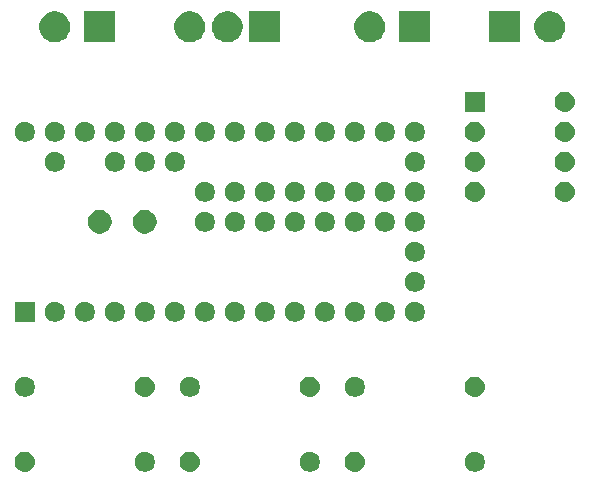
<source format=gbs>
G04 #@! TF.GenerationSoftware,KiCad,Pcbnew,5.0.2-bee76a0~70~ubuntu18.04.1*
G04 #@! TF.CreationDate,2019-03-27T10:37:12-04:00*
G04 #@! TF.ProjectId,DAC,4441432e-6b69-4636-9164-5f7063625858,rev?*
G04 #@! TF.SameCoordinates,Original*
G04 #@! TF.FileFunction,Soldermask,Bot*
G04 #@! TF.FilePolarity,Negative*
%FSLAX46Y46*%
G04 Gerber Fmt 4.6, Leading zero omitted, Abs format (unit mm)*
G04 Created by KiCad (PCBNEW 5.0.2-bee76a0~70~ubuntu18.04.1) date Wed 27 Mar 2019 10:37:12 AM EDT*
%MOMM*%
%LPD*%
G01*
G04 APERTURE LIST*
%ADD10C,0.100000*%
G04 APERTURE END LIST*
D10*
G36*
X54858228Y-55061703D02*
X55013100Y-55125853D01*
X55152481Y-55218985D01*
X55271015Y-55337519D01*
X55364147Y-55476900D01*
X55428297Y-55631772D01*
X55461000Y-55796184D01*
X55461000Y-55963816D01*
X55428297Y-56128228D01*
X55364147Y-56283100D01*
X55271015Y-56422481D01*
X55152481Y-56541015D01*
X55013100Y-56634147D01*
X54858228Y-56698297D01*
X54693816Y-56731000D01*
X54526184Y-56731000D01*
X54361772Y-56698297D01*
X54206900Y-56634147D01*
X54067519Y-56541015D01*
X53948985Y-56422481D01*
X53855853Y-56283100D01*
X53791703Y-56128228D01*
X53759000Y-55963816D01*
X53759000Y-55796184D01*
X53791703Y-55631772D01*
X53855853Y-55476900D01*
X53948985Y-55337519D01*
X54067519Y-55218985D01*
X54206900Y-55125853D01*
X54361772Y-55061703D01*
X54526184Y-55029000D01*
X54693816Y-55029000D01*
X54858228Y-55061703D01*
X54858228Y-55061703D01*
G37*
G36*
X16676821Y-55041313D02*
X16676824Y-55041314D01*
X16676825Y-55041314D01*
X16837239Y-55089975D01*
X16837241Y-55089976D01*
X16837244Y-55089977D01*
X16985078Y-55168995D01*
X17114659Y-55275341D01*
X17221005Y-55404922D01*
X17300023Y-55552756D01*
X17300024Y-55552759D01*
X17300025Y-55552761D01*
X17348686Y-55713175D01*
X17348687Y-55713179D01*
X17365117Y-55880000D01*
X17348687Y-56046821D01*
X17348686Y-56046824D01*
X17348686Y-56046825D01*
X17323993Y-56128228D01*
X17300023Y-56207244D01*
X17221005Y-56355078D01*
X17114659Y-56484659D01*
X16985078Y-56591005D01*
X16837244Y-56670023D01*
X16837241Y-56670024D01*
X16837239Y-56670025D01*
X16676825Y-56718686D01*
X16676824Y-56718686D01*
X16676821Y-56718687D01*
X16551804Y-56731000D01*
X16468196Y-56731000D01*
X16343179Y-56718687D01*
X16343176Y-56718686D01*
X16343175Y-56718686D01*
X16182761Y-56670025D01*
X16182759Y-56670024D01*
X16182756Y-56670023D01*
X16034922Y-56591005D01*
X15905341Y-56484659D01*
X15798995Y-56355078D01*
X15719977Y-56207244D01*
X15696008Y-56128228D01*
X15671314Y-56046825D01*
X15671314Y-56046824D01*
X15671313Y-56046821D01*
X15654883Y-55880000D01*
X15671313Y-55713179D01*
X15671314Y-55713175D01*
X15719975Y-55552761D01*
X15719976Y-55552759D01*
X15719977Y-55552756D01*
X15798995Y-55404922D01*
X15905341Y-55275341D01*
X16034922Y-55168995D01*
X16182756Y-55089977D01*
X16182759Y-55089976D01*
X16182761Y-55089975D01*
X16343175Y-55041314D01*
X16343176Y-55041314D01*
X16343179Y-55041313D01*
X16468196Y-55029000D01*
X16551804Y-55029000D01*
X16676821Y-55041313D01*
X16676821Y-55041313D01*
G37*
G36*
X40888228Y-55061703D02*
X41043100Y-55125853D01*
X41182481Y-55218985D01*
X41301015Y-55337519D01*
X41394147Y-55476900D01*
X41458297Y-55631772D01*
X41491000Y-55796184D01*
X41491000Y-55963816D01*
X41458297Y-56128228D01*
X41394147Y-56283100D01*
X41301015Y-56422481D01*
X41182481Y-56541015D01*
X41043100Y-56634147D01*
X40888228Y-56698297D01*
X40723816Y-56731000D01*
X40556184Y-56731000D01*
X40391772Y-56698297D01*
X40236900Y-56634147D01*
X40097519Y-56541015D01*
X39978985Y-56422481D01*
X39885853Y-56283100D01*
X39821703Y-56128228D01*
X39789000Y-55963816D01*
X39789000Y-55796184D01*
X39821703Y-55631772D01*
X39885853Y-55476900D01*
X39978985Y-55337519D01*
X40097519Y-55218985D01*
X40236900Y-55125853D01*
X40391772Y-55061703D01*
X40556184Y-55029000D01*
X40723816Y-55029000D01*
X40888228Y-55061703D01*
X40888228Y-55061703D01*
G37*
G36*
X30646821Y-55041313D02*
X30646824Y-55041314D01*
X30646825Y-55041314D01*
X30807239Y-55089975D01*
X30807241Y-55089976D01*
X30807244Y-55089977D01*
X30955078Y-55168995D01*
X31084659Y-55275341D01*
X31191005Y-55404922D01*
X31270023Y-55552756D01*
X31270024Y-55552759D01*
X31270025Y-55552761D01*
X31318686Y-55713175D01*
X31318687Y-55713179D01*
X31335117Y-55880000D01*
X31318687Y-56046821D01*
X31318686Y-56046824D01*
X31318686Y-56046825D01*
X31293993Y-56128228D01*
X31270023Y-56207244D01*
X31191005Y-56355078D01*
X31084659Y-56484659D01*
X30955078Y-56591005D01*
X30807244Y-56670023D01*
X30807241Y-56670024D01*
X30807239Y-56670025D01*
X30646825Y-56718686D01*
X30646824Y-56718686D01*
X30646821Y-56718687D01*
X30521804Y-56731000D01*
X30438196Y-56731000D01*
X30313179Y-56718687D01*
X30313176Y-56718686D01*
X30313175Y-56718686D01*
X30152761Y-56670025D01*
X30152759Y-56670024D01*
X30152756Y-56670023D01*
X30004922Y-56591005D01*
X29875341Y-56484659D01*
X29768995Y-56355078D01*
X29689977Y-56207244D01*
X29666008Y-56128228D01*
X29641314Y-56046825D01*
X29641314Y-56046824D01*
X29641313Y-56046821D01*
X29624883Y-55880000D01*
X29641313Y-55713179D01*
X29641314Y-55713175D01*
X29689975Y-55552761D01*
X29689976Y-55552759D01*
X29689977Y-55552756D01*
X29768995Y-55404922D01*
X29875341Y-55275341D01*
X30004922Y-55168995D01*
X30152756Y-55089977D01*
X30152759Y-55089976D01*
X30152761Y-55089975D01*
X30313175Y-55041314D01*
X30313176Y-55041314D01*
X30313179Y-55041313D01*
X30438196Y-55029000D01*
X30521804Y-55029000D01*
X30646821Y-55041313D01*
X30646821Y-55041313D01*
G37*
G36*
X44616821Y-55041313D02*
X44616824Y-55041314D01*
X44616825Y-55041314D01*
X44777239Y-55089975D01*
X44777241Y-55089976D01*
X44777244Y-55089977D01*
X44925078Y-55168995D01*
X45054659Y-55275341D01*
X45161005Y-55404922D01*
X45240023Y-55552756D01*
X45240024Y-55552759D01*
X45240025Y-55552761D01*
X45288686Y-55713175D01*
X45288687Y-55713179D01*
X45305117Y-55880000D01*
X45288687Y-56046821D01*
X45288686Y-56046824D01*
X45288686Y-56046825D01*
X45263993Y-56128228D01*
X45240023Y-56207244D01*
X45161005Y-56355078D01*
X45054659Y-56484659D01*
X44925078Y-56591005D01*
X44777244Y-56670023D01*
X44777241Y-56670024D01*
X44777239Y-56670025D01*
X44616825Y-56718686D01*
X44616824Y-56718686D01*
X44616821Y-56718687D01*
X44491804Y-56731000D01*
X44408196Y-56731000D01*
X44283179Y-56718687D01*
X44283176Y-56718686D01*
X44283175Y-56718686D01*
X44122761Y-56670025D01*
X44122759Y-56670024D01*
X44122756Y-56670023D01*
X43974922Y-56591005D01*
X43845341Y-56484659D01*
X43738995Y-56355078D01*
X43659977Y-56207244D01*
X43636008Y-56128228D01*
X43611314Y-56046825D01*
X43611314Y-56046824D01*
X43611313Y-56046821D01*
X43594883Y-55880000D01*
X43611313Y-55713179D01*
X43611314Y-55713175D01*
X43659975Y-55552761D01*
X43659976Y-55552759D01*
X43659977Y-55552756D01*
X43738995Y-55404922D01*
X43845341Y-55275341D01*
X43974922Y-55168995D01*
X44122756Y-55089977D01*
X44122759Y-55089976D01*
X44122761Y-55089975D01*
X44283175Y-55041314D01*
X44283176Y-55041314D01*
X44283179Y-55041313D01*
X44408196Y-55029000D01*
X44491804Y-55029000D01*
X44616821Y-55041313D01*
X44616821Y-55041313D01*
G37*
G36*
X26918228Y-55061703D02*
X27073100Y-55125853D01*
X27212481Y-55218985D01*
X27331015Y-55337519D01*
X27424147Y-55476900D01*
X27488297Y-55631772D01*
X27521000Y-55796184D01*
X27521000Y-55963816D01*
X27488297Y-56128228D01*
X27424147Y-56283100D01*
X27331015Y-56422481D01*
X27212481Y-56541015D01*
X27073100Y-56634147D01*
X26918228Y-56698297D01*
X26753816Y-56731000D01*
X26586184Y-56731000D01*
X26421772Y-56698297D01*
X26266900Y-56634147D01*
X26127519Y-56541015D01*
X26008985Y-56422481D01*
X25915853Y-56283100D01*
X25851703Y-56128228D01*
X25819000Y-55963816D01*
X25819000Y-55796184D01*
X25851703Y-55631772D01*
X25915853Y-55476900D01*
X26008985Y-55337519D01*
X26127519Y-55218985D01*
X26266900Y-55125853D01*
X26421772Y-55061703D01*
X26586184Y-55029000D01*
X26753816Y-55029000D01*
X26918228Y-55061703D01*
X26918228Y-55061703D01*
G37*
G36*
X40806821Y-48691313D02*
X40806824Y-48691314D01*
X40806825Y-48691314D01*
X40967239Y-48739975D01*
X40967241Y-48739976D01*
X40967244Y-48739977D01*
X41115078Y-48818995D01*
X41244659Y-48925341D01*
X41351005Y-49054922D01*
X41430023Y-49202756D01*
X41430024Y-49202759D01*
X41430025Y-49202761D01*
X41478686Y-49363175D01*
X41478687Y-49363179D01*
X41495117Y-49530000D01*
X41478687Y-49696821D01*
X41478686Y-49696824D01*
X41478686Y-49696825D01*
X41453993Y-49778228D01*
X41430023Y-49857244D01*
X41351005Y-50005078D01*
X41244659Y-50134659D01*
X41115078Y-50241005D01*
X40967244Y-50320023D01*
X40967241Y-50320024D01*
X40967239Y-50320025D01*
X40806825Y-50368686D01*
X40806824Y-50368686D01*
X40806821Y-50368687D01*
X40681804Y-50381000D01*
X40598196Y-50381000D01*
X40473179Y-50368687D01*
X40473176Y-50368686D01*
X40473175Y-50368686D01*
X40312761Y-50320025D01*
X40312759Y-50320024D01*
X40312756Y-50320023D01*
X40164922Y-50241005D01*
X40035341Y-50134659D01*
X39928995Y-50005078D01*
X39849977Y-49857244D01*
X39826008Y-49778228D01*
X39801314Y-49696825D01*
X39801314Y-49696824D01*
X39801313Y-49696821D01*
X39784883Y-49530000D01*
X39801313Y-49363179D01*
X39801314Y-49363175D01*
X39849975Y-49202761D01*
X39849976Y-49202759D01*
X39849977Y-49202756D01*
X39928995Y-49054922D01*
X40035341Y-48925341D01*
X40164922Y-48818995D01*
X40312756Y-48739977D01*
X40312759Y-48739976D01*
X40312761Y-48739975D01*
X40473175Y-48691314D01*
X40473176Y-48691314D01*
X40473179Y-48691313D01*
X40598196Y-48679000D01*
X40681804Y-48679000D01*
X40806821Y-48691313D01*
X40806821Y-48691313D01*
G37*
G36*
X54776821Y-48691313D02*
X54776824Y-48691314D01*
X54776825Y-48691314D01*
X54937239Y-48739975D01*
X54937241Y-48739976D01*
X54937244Y-48739977D01*
X55085078Y-48818995D01*
X55214659Y-48925341D01*
X55321005Y-49054922D01*
X55400023Y-49202756D01*
X55400024Y-49202759D01*
X55400025Y-49202761D01*
X55448686Y-49363175D01*
X55448687Y-49363179D01*
X55465117Y-49530000D01*
X55448687Y-49696821D01*
X55448686Y-49696824D01*
X55448686Y-49696825D01*
X55423993Y-49778228D01*
X55400023Y-49857244D01*
X55321005Y-50005078D01*
X55214659Y-50134659D01*
X55085078Y-50241005D01*
X54937244Y-50320023D01*
X54937241Y-50320024D01*
X54937239Y-50320025D01*
X54776825Y-50368686D01*
X54776824Y-50368686D01*
X54776821Y-50368687D01*
X54651804Y-50381000D01*
X54568196Y-50381000D01*
X54443179Y-50368687D01*
X54443176Y-50368686D01*
X54443175Y-50368686D01*
X54282761Y-50320025D01*
X54282759Y-50320024D01*
X54282756Y-50320023D01*
X54134922Y-50241005D01*
X54005341Y-50134659D01*
X53898995Y-50005078D01*
X53819977Y-49857244D01*
X53796008Y-49778228D01*
X53771314Y-49696825D01*
X53771314Y-49696824D01*
X53771313Y-49696821D01*
X53754883Y-49530000D01*
X53771313Y-49363179D01*
X53771314Y-49363175D01*
X53819975Y-49202761D01*
X53819976Y-49202759D01*
X53819977Y-49202756D01*
X53898995Y-49054922D01*
X54005341Y-48925341D01*
X54134922Y-48818995D01*
X54282756Y-48739977D01*
X54282759Y-48739976D01*
X54282761Y-48739975D01*
X54443175Y-48691314D01*
X54443176Y-48691314D01*
X54443179Y-48691313D01*
X54568196Y-48679000D01*
X54651804Y-48679000D01*
X54776821Y-48691313D01*
X54776821Y-48691313D01*
G37*
G36*
X30728228Y-48711703D02*
X30883100Y-48775853D01*
X31022481Y-48868985D01*
X31141015Y-48987519D01*
X31234147Y-49126900D01*
X31298297Y-49281772D01*
X31331000Y-49446184D01*
X31331000Y-49613816D01*
X31298297Y-49778228D01*
X31234147Y-49933100D01*
X31141015Y-50072481D01*
X31022481Y-50191015D01*
X30883100Y-50284147D01*
X30728228Y-50348297D01*
X30563816Y-50381000D01*
X30396184Y-50381000D01*
X30231772Y-50348297D01*
X30076900Y-50284147D01*
X29937519Y-50191015D01*
X29818985Y-50072481D01*
X29725853Y-49933100D01*
X29661703Y-49778228D01*
X29629000Y-49613816D01*
X29629000Y-49446184D01*
X29661703Y-49281772D01*
X29725853Y-49126900D01*
X29818985Y-48987519D01*
X29937519Y-48868985D01*
X30076900Y-48775853D01*
X30231772Y-48711703D01*
X30396184Y-48679000D01*
X30563816Y-48679000D01*
X30728228Y-48711703D01*
X30728228Y-48711703D01*
G37*
G36*
X26836821Y-48691313D02*
X26836824Y-48691314D01*
X26836825Y-48691314D01*
X26997239Y-48739975D01*
X26997241Y-48739976D01*
X26997244Y-48739977D01*
X27145078Y-48818995D01*
X27274659Y-48925341D01*
X27381005Y-49054922D01*
X27460023Y-49202756D01*
X27460024Y-49202759D01*
X27460025Y-49202761D01*
X27508686Y-49363175D01*
X27508687Y-49363179D01*
X27525117Y-49530000D01*
X27508687Y-49696821D01*
X27508686Y-49696824D01*
X27508686Y-49696825D01*
X27483993Y-49778228D01*
X27460023Y-49857244D01*
X27381005Y-50005078D01*
X27274659Y-50134659D01*
X27145078Y-50241005D01*
X26997244Y-50320023D01*
X26997241Y-50320024D01*
X26997239Y-50320025D01*
X26836825Y-50368686D01*
X26836824Y-50368686D01*
X26836821Y-50368687D01*
X26711804Y-50381000D01*
X26628196Y-50381000D01*
X26503179Y-50368687D01*
X26503176Y-50368686D01*
X26503175Y-50368686D01*
X26342761Y-50320025D01*
X26342759Y-50320024D01*
X26342756Y-50320023D01*
X26194922Y-50241005D01*
X26065341Y-50134659D01*
X25958995Y-50005078D01*
X25879977Y-49857244D01*
X25856008Y-49778228D01*
X25831314Y-49696825D01*
X25831314Y-49696824D01*
X25831313Y-49696821D01*
X25814883Y-49530000D01*
X25831313Y-49363179D01*
X25831314Y-49363175D01*
X25879975Y-49202761D01*
X25879976Y-49202759D01*
X25879977Y-49202756D01*
X25958995Y-49054922D01*
X26065341Y-48925341D01*
X26194922Y-48818995D01*
X26342756Y-48739977D01*
X26342759Y-48739976D01*
X26342761Y-48739975D01*
X26503175Y-48691314D01*
X26503176Y-48691314D01*
X26503179Y-48691313D01*
X26628196Y-48679000D01*
X26711804Y-48679000D01*
X26836821Y-48691313D01*
X26836821Y-48691313D01*
G37*
G36*
X16758228Y-48711703D02*
X16913100Y-48775853D01*
X17052481Y-48868985D01*
X17171015Y-48987519D01*
X17264147Y-49126900D01*
X17328297Y-49281772D01*
X17361000Y-49446184D01*
X17361000Y-49613816D01*
X17328297Y-49778228D01*
X17264147Y-49933100D01*
X17171015Y-50072481D01*
X17052481Y-50191015D01*
X16913100Y-50284147D01*
X16758228Y-50348297D01*
X16593816Y-50381000D01*
X16426184Y-50381000D01*
X16261772Y-50348297D01*
X16106900Y-50284147D01*
X15967519Y-50191015D01*
X15848985Y-50072481D01*
X15755853Y-49933100D01*
X15691703Y-49778228D01*
X15659000Y-49613816D01*
X15659000Y-49446184D01*
X15691703Y-49281772D01*
X15755853Y-49126900D01*
X15848985Y-48987519D01*
X15967519Y-48868985D01*
X16106900Y-48775853D01*
X16261772Y-48711703D01*
X16426184Y-48679000D01*
X16593816Y-48679000D01*
X16758228Y-48711703D01*
X16758228Y-48711703D01*
G37*
G36*
X44698228Y-48711703D02*
X44853100Y-48775853D01*
X44992481Y-48868985D01*
X45111015Y-48987519D01*
X45204147Y-49126900D01*
X45268297Y-49281772D01*
X45301000Y-49446184D01*
X45301000Y-49613816D01*
X45268297Y-49778228D01*
X45204147Y-49933100D01*
X45111015Y-50072481D01*
X44992481Y-50191015D01*
X44853100Y-50284147D01*
X44698228Y-50348297D01*
X44533816Y-50381000D01*
X44366184Y-50381000D01*
X44201772Y-50348297D01*
X44046900Y-50284147D01*
X43907519Y-50191015D01*
X43788985Y-50072481D01*
X43695853Y-49933100D01*
X43631703Y-49778228D01*
X43599000Y-49613816D01*
X43599000Y-49446184D01*
X43631703Y-49281772D01*
X43695853Y-49126900D01*
X43788985Y-48987519D01*
X43907519Y-48868985D01*
X44046900Y-48775853D01*
X44201772Y-48711703D01*
X44366184Y-48679000D01*
X44533816Y-48679000D01*
X44698228Y-48711703D01*
X44698228Y-48711703D01*
G37*
G36*
X21838228Y-42361703D02*
X21993100Y-42425853D01*
X22132481Y-42518985D01*
X22251015Y-42637519D01*
X22344147Y-42776900D01*
X22408297Y-42931772D01*
X22441000Y-43096184D01*
X22441000Y-43263816D01*
X22408297Y-43428228D01*
X22344147Y-43583100D01*
X22251015Y-43722481D01*
X22132481Y-43841015D01*
X21993100Y-43934147D01*
X21838228Y-43998297D01*
X21673816Y-44031000D01*
X21506184Y-44031000D01*
X21341772Y-43998297D01*
X21186900Y-43934147D01*
X21047519Y-43841015D01*
X20928985Y-43722481D01*
X20835853Y-43583100D01*
X20771703Y-43428228D01*
X20739000Y-43263816D01*
X20739000Y-43096184D01*
X20771703Y-42931772D01*
X20835853Y-42776900D01*
X20928985Y-42637519D01*
X21047519Y-42518985D01*
X21186900Y-42425853D01*
X21341772Y-42361703D01*
X21506184Y-42329000D01*
X21673816Y-42329000D01*
X21838228Y-42361703D01*
X21838228Y-42361703D01*
G37*
G36*
X49778228Y-42361703D02*
X49933100Y-42425853D01*
X50072481Y-42518985D01*
X50191015Y-42637519D01*
X50284147Y-42776900D01*
X50348297Y-42931772D01*
X50381000Y-43096184D01*
X50381000Y-43263816D01*
X50348297Y-43428228D01*
X50284147Y-43583100D01*
X50191015Y-43722481D01*
X50072481Y-43841015D01*
X49933100Y-43934147D01*
X49778228Y-43998297D01*
X49613816Y-44031000D01*
X49446184Y-44031000D01*
X49281772Y-43998297D01*
X49126900Y-43934147D01*
X48987519Y-43841015D01*
X48868985Y-43722481D01*
X48775853Y-43583100D01*
X48711703Y-43428228D01*
X48679000Y-43263816D01*
X48679000Y-43096184D01*
X48711703Y-42931772D01*
X48775853Y-42776900D01*
X48868985Y-42637519D01*
X48987519Y-42518985D01*
X49126900Y-42425853D01*
X49281772Y-42361703D01*
X49446184Y-42329000D01*
X49613816Y-42329000D01*
X49778228Y-42361703D01*
X49778228Y-42361703D01*
G37*
G36*
X47238228Y-42361703D02*
X47393100Y-42425853D01*
X47532481Y-42518985D01*
X47651015Y-42637519D01*
X47744147Y-42776900D01*
X47808297Y-42931772D01*
X47841000Y-43096184D01*
X47841000Y-43263816D01*
X47808297Y-43428228D01*
X47744147Y-43583100D01*
X47651015Y-43722481D01*
X47532481Y-43841015D01*
X47393100Y-43934147D01*
X47238228Y-43998297D01*
X47073816Y-44031000D01*
X46906184Y-44031000D01*
X46741772Y-43998297D01*
X46586900Y-43934147D01*
X46447519Y-43841015D01*
X46328985Y-43722481D01*
X46235853Y-43583100D01*
X46171703Y-43428228D01*
X46139000Y-43263816D01*
X46139000Y-43096184D01*
X46171703Y-42931772D01*
X46235853Y-42776900D01*
X46328985Y-42637519D01*
X46447519Y-42518985D01*
X46586900Y-42425853D01*
X46741772Y-42361703D01*
X46906184Y-42329000D01*
X47073816Y-42329000D01*
X47238228Y-42361703D01*
X47238228Y-42361703D01*
G37*
G36*
X17361000Y-44031000D02*
X15659000Y-44031000D01*
X15659000Y-42329000D01*
X17361000Y-42329000D01*
X17361000Y-44031000D01*
X17361000Y-44031000D01*
G37*
G36*
X19298228Y-42361703D02*
X19453100Y-42425853D01*
X19592481Y-42518985D01*
X19711015Y-42637519D01*
X19804147Y-42776900D01*
X19868297Y-42931772D01*
X19901000Y-43096184D01*
X19901000Y-43263816D01*
X19868297Y-43428228D01*
X19804147Y-43583100D01*
X19711015Y-43722481D01*
X19592481Y-43841015D01*
X19453100Y-43934147D01*
X19298228Y-43998297D01*
X19133816Y-44031000D01*
X18966184Y-44031000D01*
X18801772Y-43998297D01*
X18646900Y-43934147D01*
X18507519Y-43841015D01*
X18388985Y-43722481D01*
X18295853Y-43583100D01*
X18231703Y-43428228D01*
X18199000Y-43263816D01*
X18199000Y-43096184D01*
X18231703Y-42931772D01*
X18295853Y-42776900D01*
X18388985Y-42637519D01*
X18507519Y-42518985D01*
X18646900Y-42425853D01*
X18801772Y-42361703D01*
X18966184Y-42329000D01*
X19133816Y-42329000D01*
X19298228Y-42361703D01*
X19298228Y-42361703D01*
G37*
G36*
X24378228Y-42361703D02*
X24533100Y-42425853D01*
X24672481Y-42518985D01*
X24791015Y-42637519D01*
X24884147Y-42776900D01*
X24948297Y-42931772D01*
X24981000Y-43096184D01*
X24981000Y-43263816D01*
X24948297Y-43428228D01*
X24884147Y-43583100D01*
X24791015Y-43722481D01*
X24672481Y-43841015D01*
X24533100Y-43934147D01*
X24378228Y-43998297D01*
X24213816Y-44031000D01*
X24046184Y-44031000D01*
X23881772Y-43998297D01*
X23726900Y-43934147D01*
X23587519Y-43841015D01*
X23468985Y-43722481D01*
X23375853Y-43583100D01*
X23311703Y-43428228D01*
X23279000Y-43263816D01*
X23279000Y-43096184D01*
X23311703Y-42931772D01*
X23375853Y-42776900D01*
X23468985Y-42637519D01*
X23587519Y-42518985D01*
X23726900Y-42425853D01*
X23881772Y-42361703D01*
X24046184Y-42329000D01*
X24213816Y-42329000D01*
X24378228Y-42361703D01*
X24378228Y-42361703D01*
G37*
G36*
X26918228Y-42361703D02*
X27073100Y-42425853D01*
X27212481Y-42518985D01*
X27331015Y-42637519D01*
X27424147Y-42776900D01*
X27488297Y-42931772D01*
X27521000Y-43096184D01*
X27521000Y-43263816D01*
X27488297Y-43428228D01*
X27424147Y-43583100D01*
X27331015Y-43722481D01*
X27212481Y-43841015D01*
X27073100Y-43934147D01*
X26918228Y-43998297D01*
X26753816Y-44031000D01*
X26586184Y-44031000D01*
X26421772Y-43998297D01*
X26266900Y-43934147D01*
X26127519Y-43841015D01*
X26008985Y-43722481D01*
X25915853Y-43583100D01*
X25851703Y-43428228D01*
X25819000Y-43263816D01*
X25819000Y-43096184D01*
X25851703Y-42931772D01*
X25915853Y-42776900D01*
X26008985Y-42637519D01*
X26127519Y-42518985D01*
X26266900Y-42425853D01*
X26421772Y-42361703D01*
X26586184Y-42329000D01*
X26753816Y-42329000D01*
X26918228Y-42361703D01*
X26918228Y-42361703D01*
G37*
G36*
X31998228Y-42361703D02*
X32153100Y-42425853D01*
X32292481Y-42518985D01*
X32411015Y-42637519D01*
X32504147Y-42776900D01*
X32568297Y-42931772D01*
X32601000Y-43096184D01*
X32601000Y-43263816D01*
X32568297Y-43428228D01*
X32504147Y-43583100D01*
X32411015Y-43722481D01*
X32292481Y-43841015D01*
X32153100Y-43934147D01*
X31998228Y-43998297D01*
X31833816Y-44031000D01*
X31666184Y-44031000D01*
X31501772Y-43998297D01*
X31346900Y-43934147D01*
X31207519Y-43841015D01*
X31088985Y-43722481D01*
X30995853Y-43583100D01*
X30931703Y-43428228D01*
X30899000Y-43263816D01*
X30899000Y-43096184D01*
X30931703Y-42931772D01*
X30995853Y-42776900D01*
X31088985Y-42637519D01*
X31207519Y-42518985D01*
X31346900Y-42425853D01*
X31501772Y-42361703D01*
X31666184Y-42329000D01*
X31833816Y-42329000D01*
X31998228Y-42361703D01*
X31998228Y-42361703D01*
G37*
G36*
X44698228Y-42361703D02*
X44853100Y-42425853D01*
X44992481Y-42518985D01*
X45111015Y-42637519D01*
X45204147Y-42776900D01*
X45268297Y-42931772D01*
X45301000Y-43096184D01*
X45301000Y-43263816D01*
X45268297Y-43428228D01*
X45204147Y-43583100D01*
X45111015Y-43722481D01*
X44992481Y-43841015D01*
X44853100Y-43934147D01*
X44698228Y-43998297D01*
X44533816Y-44031000D01*
X44366184Y-44031000D01*
X44201772Y-43998297D01*
X44046900Y-43934147D01*
X43907519Y-43841015D01*
X43788985Y-43722481D01*
X43695853Y-43583100D01*
X43631703Y-43428228D01*
X43599000Y-43263816D01*
X43599000Y-43096184D01*
X43631703Y-42931772D01*
X43695853Y-42776900D01*
X43788985Y-42637519D01*
X43907519Y-42518985D01*
X44046900Y-42425853D01*
X44201772Y-42361703D01*
X44366184Y-42329000D01*
X44533816Y-42329000D01*
X44698228Y-42361703D01*
X44698228Y-42361703D01*
G37*
G36*
X34538228Y-42361703D02*
X34693100Y-42425853D01*
X34832481Y-42518985D01*
X34951015Y-42637519D01*
X35044147Y-42776900D01*
X35108297Y-42931772D01*
X35141000Y-43096184D01*
X35141000Y-43263816D01*
X35108297Y-43428228D01*
X35044147Y-43583100D01*
X34951015Y-43722481D01*
X34832481Y-43841015D01*
X34693100Y-43934147D01*
X34538228Y-43998297D01*
X34373816Y-44031000D01*
X34206184Y-44031000D01*
X34041772Y-43998297D01*
X33886900Y-43934147D01*
X33747519Y-43841015D01*
X33628985Y-43722481D01*
X33535853Y-43583100D01*
X33471703Y-43428228D01*
X33439000Y-43263816D01*
X33439000Y-43096184D01*
X33471703Y-42931772D01*
X33535853Y-42776900D01*
X33628985Y-42637519D01*
X33747519Y-42518985D01*
X33886900Y-42425853D01*
X34041772Y-42361703D01*
X34206184Y-42329000D01*
X34373816Y-42329000D01*
X34538228Y-42361703D01*
X34538228Y-42361703D01*
G37*
G36*
X37078228Y-42361703D02*
X37233100Y-42425853D01*
X37372481Y-42518985D01*
X37491015Y-42637519D01*
X37584147Y-42776900D01*
X37648297Y-42931772D01*
X37681000Y-43096184D01*
X37681000Y-43263816D01*
X37648297Y-43428228D01*
X37584147Y-43583100D01*
X37491015Y-43722481D01*
X37372481Y-43841015D01*
X37233100Y-43934147D01*
X37078228Y-43998297D01*
X36913816Y-44031000D01*
X36746184Y-44031000D01*
X36581772Y-43998297D01*
X36426900Y-43934147D01*
X36287519Y-43841015D01*
X36168985Y-43722481D01*
X36075853Y-43583100D01*
X36011703Y-43428228D01*
X35979000Y-43263816D01*
X35979000Y-43096184D01*
X36011703Y-42931772D01*
X36075853Y-42776900D01*
X36168985Y-42637519D01*
X36287519Y-42518985D01*
X36426900Y-42425853D01*
X36581772Y-42361703D01*
X36746184Y-42329000D01*
X36913816Y-42329000D01*
X37078228Y-42361703D01*
X37078228Y-42361703D01*
G37*
G36*
X39618228Y-42361703D02*
X39773100Y-42425853D01*
X39912481Y-42518985D01*
X40031015Y-42637519D01*
X40124147Y-42776900D01*
X40188297Y-42931772D01*
X40221000Y-43096184D01*
X40221000Y-43263816D01*
X40188297Y-43428228D01*
X40124147Y-43583100D01*
X40031015Y-43722481D01*
X39912481Y-43841015D01*
X39773100Y-43934147D01*
X39618228Y-43998297D01*
X39453816Y-44031000D01*
X39286184Y-44031000D01*
X39121772Y-43998297D01*
X38966900Y-43934147D01*
X38827519Y-43841015D01*
X38708985Y-43722481D01*
X38615853Y-43583100D01*
X38551703Y-43428228D01*
X38519000Y-43263816D01*
X38519000Y-43096184D01*
X38551703Y-42931772D01*
X38615853Y-42776900D01*
X38708985Y-42637519D01*
X38827519Y-42518985D01*
X38966900Y-42425853D01*
X39121772Y-42361703D01*
X39286184Y-42329000D01*
X39453816Y-42329000D01*
X39618228Y-42361703D01*
X39618228Y-42361703D01*
G37*
G36*
X42158228Y-42361703D02*
X42313100Y-42425853D01*
X42452481Y-42518985D01*
X42571015Y-42637519D01*
X42664147Y-42776900D01*
X42728297Y-42931772D01*
X42761000Y-43096184D01*
X42761000Y-43263816D01*
X42728297Y-43428228D01*
X42664147Y-43583100D01*
X42571015Y-43722481D01*
X42452481Y-43841015D01*
X42313100Y-43934147D01*
X42158228Y-43998297D01*
X41993816Y-44031000D01*
X41826184Y-44031000D01*
X41661772Y-43998297D01*
X41506900Y-43934147D01*
X41367519Y-43841015D01*
X41248985Y-43722481D01*
X41155853Y-43583100D01*
X41091703Y-43428228D01*
X41059000Y-43263816D01*
X41059000Y-43096184D01*
X41091703Y-42931772D01*
X41155853Y-42776900D01*
X41248985Y-42637519D01*
X41367519Y-42518985D01*
X41506900Y-42425853D01*
X41661772Y-42361703D01*
X41826184Y-42329000D01*
X41993816Y-42329000D01*
X42158228Y-42361703D01*
X42158228Y-42361703D01*
G37*
G36*
X29458228Y-42361703D02*
X29613100Y-42425853D01*
X29752481Y-42518985D01*
X29871015Y-42637519D01*
X29964147Y-42776900D01*
X30028297Y-42931772D01*
X30061000Y-43096184D01*
X30061000Y-43263816D01*
X30028297Y-43428228D01*
X29964147Y-43583100D01*
X29871015Y-43722481D01*
X29752481Y-43841015D01*
X29613100Y-43934147D01*
X29458228Y-43998297D01*
X29293816Y-44031000D01*
X29126184Y-44031000D01*
X28961772Y-43998297D01*
X28806900Y-43934147D01*
X28667519Y-43841015D01*
X28548985Y-43722481D01*
X28455853Y-43583100D01*
X28391703Y-43428228D01*
X28359000Y-43263816D01*
X28359000Y-43096184D01*
X28391703Y-42931772D01*
X28455853Y-42776900D01*
X28548985Y-42637519D01*
X28667519Y-42518985D01*
X28806900Y-42425853D01*
X28961772Y-42361703D01*
X29126184Y-42329000D01*
X29293816Y-42329000D01*
X29458228Y-42361703D01*
X29458228Y-42361703D01*
G37*
G36*
X49778228Y-39821703D02*
X49933100Y-39885853D01*
X50072481Y-39978985D01*
X50191015Y-40097519D01*
X50284147Y-40236900D01*
X50348297Y-40391772D01*
X50381000Y-40556184D01*
X50381000Y-40723816D01*
X50348297Y-40888228D01*
X50284147Y-41043100D01*
X50191015Y-41182481D01*
X50072481Y-41301015D01*
X49933100Y-41394147D01*
X49778228Y-41458297D01*
X49613816Y-41491000D01*
X49446184Y-41491000D01*
X49281772Y-41458297D01*
X49126900Y-41394147D01*
X48987519Y-41301015D01*
X48868985Y-41182481D01*
X48775853Y-41043100D01*
X48711703Y-40888228D01*
X48679000Y-40723816D01*
X48679000Y-40556184D01*
X48711703Y-40391772D01*
X48775853Y-40236900D01*
X48868985Y-40097519D01*
X48987519Y-39978985D01*
X49126900Y-39885853D01*
X49281772Y-39821703D01*
X49446184Y-39789000D01*
X49613816Y-39789000D01*
X49778228Y-39821703D01*
X49778228Y-39821703D01*
G37*
G36*
X49778228Y-37281703D02*
X49933100Y-37345853D01*
X50072481Y-37438985D01*
X50191015Y-37557519D01*
X50284147Y-37696900D01*
X50348297Y-37851772D01*
X50381000Y-38016184D01*
X50381000Y-38183816D01*
X50348297Y-38348228D01*
X50284147Y-38503100D01*
X50191015Y-38642481D01*
X50072481Y-38761015D01*
X49933100Y-38854147D01*
X49778228Y-38918297D01*
X49613816Y-38951000D01*
X49446184Y-38951000D01*
X49281772Y-38918297D01*
X49126900Y-38854147D01*
X48987519Y-38761015D01*
X48868985Y-38642481D01*
X48775853Y-38503100D01*
X48711703Y-38348228D01*
X48679000Y-38183816D01*
X48679000Y-38016184D01*
X48711703Y-37851772D01*
X48775853Y-37696900D01*
X48868985Y-37557519D01*
X48987519Y-37438985D01*
X49126900Y-37345853D01*
X49281772Y-37281703D01*
X49446184Y-37249000D01*
X49613816Y-37249000D01*
X49778228Y-37281703D01*
X49778228Y-37281703D01*
G37*
G36*
X23151981Y-34597468D02*
X23334150Y-34672925D01*
X23498103Y-34782475D01*
X23637525Y-34921897D01*
X23747075Y-35085850D01*
X23822532Y-35268019D01*
X23861000Y-35461410D01*
X23861000Y-35658590D01*
X23822532Y-35851981D01*
X23747075Y-36034150D01*
X23637525Y-36198103D01*
X23498103Y-36337525D01*
X23334150Y-36447075D01*
X23151981Y-36522532D01*
X22958590Y-36561000D01*
X22761410Y-36561000D01*
X22568019Y-36522532D01*
X22385850Y-36447075D01*
X22221897Y-36337525D01*
X22082475Y-36198103D01*
X21972925Y-36034150D01*
X21897468Y-35851981D01*
X21859000Y-35658590D01*
X21859000Y-35461410D01*
X21897468Y-35268019D01*
X21972925Y-35085850D01*
X22082475Y-34921897D01*
X22221897Y-34782475D01*
X22385850Y-34672925D01*
X22568019Y-34597468D01*
X22761410Y-34559000D01*
X22958590Y-34559000D01*
X23151981Y-34597468D01*
X23151981Y-34597468D01*
G37*
G36*
X26961981Y-34597468D02*
X27144150Y-34672925D01*
X27308103Y-34782475D01*
X27447525Y-34921897D01*
X27557075Y-35085850D01*
X27632532Y-35268019D01*
X27671000Y-35461410D01*
X27671000Y-35658590D01*
X27632532Y-35851981D01*
X27557075Y-36034150D01*
X27447525Y-36198103D01*
X27308103Y-36337525D01*
X27144150Y-36447075D01*
X26961981Y-36522532D01*
X26768590Y-36561000D01*
X26571410Y-36561000D01*
X26378019Y-36522532D01*
X26195850Y-36447075D01*
X26031897Y-36337525D01*
X25892475Y-36198103D01*
X25782925Y-36034150D01*
X25707468Y-35851981D01*
X25669000Y-35658590D01*
X25669000Y-35461410D01*
X25707468Y-35268019D01*
X25782925Y-35085850D01*
X25892475Y-34921897D01*
X26031897Y-34782475D01*
X26195850Y-34672925D01*
X26378019Y-34597468D01*
X26571410Y-34559000D01*
X26768590Y-34559000D01*
X26961981Y-34597468D01*
X26961981Y-34597468D01*
G37*
G36*
X31998228Y-34741703D02*
X32153100Y-34805853D01*
X32292481Y-34898985D01*
X32411015Y-35017519D01*
X32504147Y-35156900D01*
X32568297Y-35311772D01*
X32601000Y-35476184D01*
X32601000Y-35643816D01*
X32568297Y-35808228D01*
X32504147Y-35963100D01*
X32411015Y-36102481D01*
X32292481Y-36221015D01*
X32153100Y-36314147D01*
X31998228Y-36378297D01*
X31833816Y-36411000D01*
X31666184Y-36411000D01*
X31501772Y-36378297D01*
X31346900Y-36314147D01*
X31207519Y-36221015D01*
X31088985Y-36102481D01*
X30995853Y-35963100D01*
X30931703Y-35808228D01*
X30899000Y-35643816D01*
X30899000Y-35476184D01*
X30931703Y-35311772D01*
X30995853Y-35156900D01*
X31088985Y-35017519D01*
X31207519Y-34898985D01*
X31346900Y-34805853D01*
X31501772Y-34741703D01*
X31666184Y-34709000D01*
X31833816Y-34709000D01*
X31998228Y-34741703D01*
X31998228Y-34741703D01*
G37*
G36*
X34538228Y-34741703D02*
X34693100Y-34805853D01*
X34832481Y-34898985D01*
X34951015Y-35017519D01*
X35044147Y-35156900D01*
X35108297Y-35311772D01*
X35141000Y-35476184D01*
X35141000Y-35643816D01*
X35108297Y-35808228D01*
X35044147Y-35963100D01*
X34951015Y-36102481D01*
X34832481Y-36221015D01*
X34693100Y-36314147D01*
X34538228Y-36378297D01*
X34373816Y-36411000D01*
X34206184Y-36411000D01*
X34041772Y-36378297D01*
X33886900Y-36314147D01*
X33747519Y-36221015D01*
X33628985Y-36102481D01*
X33535853Y-35963100D01*
X33471703Y-35808228D01*
X33439000Y-35643816D01*
X33439000Y-35476184D01*
X33471703Y-35311772D01*
X33535853Y-35156900D01*
X33628985Y-35017519D01*
X33747519Y-34898985D01*
X33886900Y-34805853D01*
X34041772Y-34741703D01*
X34206184Y-34709000D01*
X34373816Y-34709000D01*
X34538228Y-34741703D01*
X34538228Y-34741703D01*
G37*
G36*
X49778228Y-34741703D02*
X49933100Y-34805853D01*
X50072481Y-34898985D01*
X50191015Y-35017519D01*
X50284147Y-35156900D01*
X50348297Y-35311772D01*
X50381000Y-35476184D01*
X50381000Y-35643816D01*
X50348297Y-35808228D01*
X50284147Y-35963100D01*
X50191015Y-36102481D01*
X50072481Y-36221015D01*
X49933100Y-36314147D01*
X49778228Y-36378297D01*
X49613816Y-36411000D01*
X49446184Y-36411000D01*
X49281772Y-36378297D01*
X49126900Y-36314147D01*
X48987519Y-36221015D01*
X48868985Y-36102481D01*
X48775853Y-35963100D01*
X48711703Y-35808228D01*
X48679000Y-35643816D01*
X48679000Y-35476184D01*
X48711703Y-35311772D01*
X48775853Y-35156900D01*
X48868985Y-35017519D01*
X48987519Y-34898985D01*
X49126900Y-34805853D01*
X49281772Y-34741703D01*
X49446184Y-34709000D01*
X49613816Y-34709000D01*
X49778228Y-34741703D01*
X49778228Y-34741703D01*
G37*
G36*
X37078228Y-34741703D02*
X37233100Y-34805853D01*
X37372481Y-34898985D01*
X37491015Y-35017519D01*
X37584147Y-35156900D01*
X37648297Y-35311772D01*
X37681000Y-35476184D01*
X37681000Y-35643816D01*
X37648297Y-35808228D01*
X37584147Y-35963100D01*
X37491015Y-36102481D01*
X37372481Y-36221015D01*
X37233100Y-36314147D01*
X37078228Y-36378297D01*
X36913816Y-36411000D01*
X36746184Y-36411000D01*
X36581772Y-36378297D01*
X36426900Y-36314147D01*
X36287519Y-36221015D01*
X36168985Y-36102481D01*
X36075853Y-35963100D01*
X36011703Y-35808228D01*
X35979000Y-35643816D01*
X35979000Y-35476184D01*
X36011703Y-35311772D01*
X36075853Y-35156900D01*
X36168985Y-35017519D01*
X36287519Y-34898985D01*
X36426900Y-34805853D01*
X36581772Y-34741703D01*
X36746184Y-34709000D01*
X36913816Y-34709000D01*
X37078228Y-34741703D01*
X37078228Y-34741703D01*
G37*
G36*
X39618228Y-34741703D02*
X39773100Y-34805853D01*
X39912481Y-34898985D01*
X40031015Y-35017519D01*
X40124147Y-35156900D01*
X40188297Y-35311772D01*
X40221000Y-35476184D01*
X40221000Y-35643816D01*
X40188297Y-35808228D01*
X40124147Y-35963100D01*
X40031015Y-36102481D01*
X39912481Y-36221015D01*
X39773100Y-36314147D01*
X39618228Y-36378297D01*
X39453816Y-36411000D01*
X39286184Y-36411000D01*
X39121772Y-36378297D01*
X38966900Y-36314147D01*
X38827519Y-36221015D01*
X38708985Y-36102481D01*
X38615853Y-35963100D01*
X38551703Y-35808228D01*
X38519000Y-35643816D01*
X38519000Y-35476184D01*
X38551703Y-35311772D01*
X38615853Y-35156900D01*
X38708985Y-35017519D01*
X38827519Y-34898985D01*
X38966900Y-34805853D01*
X39121772Y-34741703D01*
X39286184Y-34709000D01*
X39453816Y-34709000D01*
X39618228Y-34741703D01*
X39618228Y-34741703D01*
G37*
G36*
X47238228Y-34741703D02*
X47393100Y-34805853D01*
X47532481Y-34898985D01*
X47651015Y-35017519D01*
X47744147Y-35156900D01*
X47808297Y-35311772D01*
X47841000Y-35476184D01*
X47841000Y-35643816D01*
X47808297Y-35808228D01*
X47744147Y-35963100D01*
X47651015Y-36102481D01*
X47532481Y-36221015D01*
X47393100Y-36314147D01*
X47238228Y-36378297D01*
X47073816Y-36411000D01*
X46906184Y-36411000D01*
X46741772Y-36378297D01*
X46586900Y-36314147D01*
X46447519Y-36221015D01*
X46328985Y-36102481D01*
X46235853Y-35963100D01*
X46171703Y-35808228D01*
X46139000Y-35643816D01*
X46139000Y-35476184D01*
X46171703Y-35311772D01*
X46235853Y-35156900D01*
X46328985Y-35017519D01*
X46447519Y-34898985D01*
X46586900Y-34805853D01*
X46741772Y-34741703D01*
X46906184Y-34709000D01*
X47073816Y-34709000D01*
X47238228Y-34741703D01*
X47238228Y-34741703D01*
G37*
G36*
X42158228Y-34741703D02*
X42313100Y-34805853D01*
X42452481Y-34898985D01*
X42571015Y-35017519D01*
X42664147Y-35156900D01*
X42728297Y-35311772D01*
X42761000Y-35476184D01*
X42761000Y-35643816D01*
X42728297Y-35808228D01*
X42664147Y-35963100D01*
X42571015Y-36102481D01*
X42452481Y-36221015D01*
X42313100Y-36314147D01*
X42158228Y-36378297D01*
X41993816Y-36411000D01*
X41826184Y-36411000D01*
X41661772Y-36378297D01*
X41506900Y-36314147D01*
X41367519Y-36221015D01*
X41248985Y-36102481D01*
X41155853Y-35963100D01*
X41091703Y-35808228D01*
X41059000Y-35643816D01*
X41059000Y-35476184D01*
X41091703Y-35311772D01*
X41155853Y-35156900D01*
X41248985Y-35017519D01*
X41367519Y-34898985D01*
X41506900Y-34805853D01*
X41661772Y-34741703D01*
X41826184Y-34709000D01*
X41993816Y-34709000D01*
X42158228Y-34741703D01*
X42158228Y-34741703D01*
G37*
G36*
X44698228Y-34741703D02*
X44853100Y-34805853D01*
X44992481Y-34898985D01*
X45111015Y-35017519D01*
X45204147Y-35156900D01*
X45268297Y-35311772D01*
X45301000Y-35476184D01*
X45301000Y-35643816D01*
X45268297Y-35808228D01*
X45204147Y-35963100D01*
X45111015Y-36102481D01*
X44992481Y-36221015D01*
X44853100Y-36314147D01*
X44698228Y-36378297D01*
X44533816Y-36411000D01*
X44366184Y-36411000D01*
X44201772Y-36378297D01*
X44046900Y-36314147D01*
X43907519Y-36221015D01*
X43788985Y-36102481D01*
X43695853Y-35963100D01*
X43631703Y-35808228D01*
X43599000Y-35643816D01*
X43599000Y-35476184D01*
X43631703Y-35311772D01*
X43695853Y-35156900D01*
X43788985Y-35017519D01*
X43907519Y-34898985D01*
X44046900Y-34805853D01*
X44201772Y-34741703D01*
X44366184Y-34709000D01*
X44533816Y-34709000D01*
X44698228Y-34741703D01*
X44698228Y-34741703D01*
G37*
G36*
X62396821Y-32181313D02*
X62396824Y-32181314D01*
X62396825Y-32181314D01*
X62557239Y-32229975D01*
X62557241Y-32229976D01*
X62557244Y-32229977D01*
X62705078Y-32308995D01*
X62834659Y-32415341D01*
X62941005Y-32544922D01*
X63020023Y-32692756D01*
X63020024Y-32692759D01*
X63020025Y-32692761D01*
X63068686Y-32853175D01*
X63068687Y-32853179D01*
X63085117Y-33020000D01*
X63068687Y-33186821D01*
X63068686Y-33186824D01*
X63068686Y-33186825D01*
X63043993Y-33268228D01*
X63020023Y-33347244D01*
X62941005Y-33495078D01*
X62834659Y-33624659D01*
X62705078Y-33731005D01*
X62557244Y-33810023D01*
X62557241Y-33810024D01*
X62557239Y-33810025D01*
X62396825Y-33858686D01*
X62396824Y-33858686D01*
X62396821Y-33858687D01*
X62271804Y-33871000D01*
X62188196Y-33871000D01*
X62063179Y-33858687D01*
X62063176Y-33858686D01*
X62063175Y-33858686D01*
X61902761Y-33810025D01*
X61902759Y-33810024D01*
X61902756Y-33810023D01*
X61754922Y-33731005D01*
X61625341Y-33624659D01*
X61518995Y-33495078D01*
X61439977Y-33347244D01*
X61416008Y-33268228D01*
X61391314Y-33186825D01*
X61391314Y-33186824D01*
X61391313Y-33186821D01*
X61374883Y-33020000D01*
X61391313Y-32853179D01*
X61391314Y-32853175D01*
X61439975Y-32692761D01*
X61439976Y-32692759D01*
X61439977Y-32692756D01*
X61518995Y-32544922D01*
X61625341Y-32415341D01*
X61754922Y-32308995D01*
X61902756Y-32229977D01*
X61902759Y-32229976D01*
X61902761Y-32229975D01*
X62063175Y-32181314D01*
X62063176Y-32181314D01*
X62063179Y-32181313D01*
X62188196Y-32169000D01*
X62271804Y-32169000D01*
X62396821Y-32181313D01*
X62396821Y-32181313D01*
G37*
G36*
X49778228Y-32201703D02*
X49933100Y-32265853D01*
X50072481Y-32358985D01*
X50191015Y-32477519D01*
X50284147Y-32616900D01*
X50348297Y-32771772D01*
X50381000Y-32936184D01*
X50381000Y-33103816D01*
X50348297Y-33268228D01*
X50284147Y-33423100D01*
X50191015Y-33562481D01*
X50072481Y-33681015D01*
X49933100Y-33774147D01*
X49778228Y-33838297D01*
X49613816Y-33871000D01*
X49446184Y-33871000D01*
X49281772Y-33838297D01*
X49126900Y-33774147D01*
X48987519Y-33681015D01*
X48868985Y-33562481D01*
X48775853Y-33423100D01*
X48711703Y-33268228D01*
X48679000Y-33103816D01*
X48679000Y-32936184D01*
X48711703Y-32771772D01*
X48775853Y-32616900D01*
X48868985Y-32477519D01*
X48987519Y-32358985D01*
X49126900Y-32265853D01*
X49281772Y-32201703D01*
X49446184Y-32169000D01*
X49613816Y-32169000D01*
X49778228Y-32201703D01*
X49778228Y-32201703D01*
G37*
G36*
X47238228Y-32201703D02*
X47393100Y-32265853D01*
X47532481Y-32358985D01*
X47651015Y-32477519D01*
X47744147Y-32616900D01*
X47808297Y-32771772D01*
X47841000Y-32936184D01*
X47841000Y-33103816D01*
X47808297Y-33268228D01*
X47744147Y-33423100D01*
X47651015Y-33562481D01*
X47532481Y-33681015D01*
X47393100Y-33774147D01*
X47238228Y-33838297D01*
X47073816Y-33871000D01*
X46906184Y-33871000D01*
X46741772Y-33838297D01*
X46586900Y-33774147D01*
X46447519Y-33681015D01*
X46328985Y-33562481D01*
X46235853Y-33423100D01*
X46171703Y-33268228D01*
X46139000Y-33103816D01*
X46139000Y-32936184D01*
X46171703Y-32771772D01*
X46235853Y-32616900D01*
X46328985Y-32477519D01*
X46447519Y-32358985D01*
X46586900Y-32265853D01*
X46741772Y-32201703D01*
X46906184Y-32169000D01*
X47073816Y-32169000D01*
X47238228Y-32201703D01*
X47238228Y-32201703D01*
G37*
G36*
X34538228Y-32201703D02*
X34693100Y-32265853D01*
X34832481Y-32358985D01*
X34951015Y-32477519D01*
X35044147Y-32616900D01*
X35108297Y-32771772D01*
X35141000Y-32936184D01*
X35141000Y-33103816D01*
X35108297Y-33268228D01*
X35044147Y-33423100D01*
X34951015Y-33562481D01*
X34832481Y-33681015D01*
X34693100Y-33774147D01*
X34538228Y-33838297D01*
X34373816Y-33871000D01*
X34206184Y-33871000D01*
X34041772Y-33838297D01*
X33886900Y-33774147D01*
X33747519Y-33681015D01*
X33628985Y-33562481D01*
X33535853Y-33423100D01*
X33471703Y-33268228D01*
X33439000Y-33103816D01*
X33439000Y-32936184D01*
X33471703Y-32771772D01*
X33535853Y-32616900D01*
X33628985Y-32477519D01*
X33747519Y-32358985D01*
X33886900Y-32265853D01*
X34041772Y-32201703D01*
X34206184Y-32169000D01*
X34373816Y-32169000D01*
X34538228Y-32201703D01*
X34538228Y-32201703D01*
G37*
G36*
X44698228Y-32201703D02*
X44853100Y-32265853D01*
X44992481Y-32358985D01*
X45111015Y-32477519D01*
X45204147Y-32616900D01*
X45268297Y-32771772D01*
X45301000Y-32936184D01*
X45301000Y-33103816D01*
X45268297Y-33268228D01*
X45204147Y-33423100D01*
X45111015Y-33562481D01*
X44992481Y-33681015D01*
X44853100Y-33774147D01*
X44698228Y-33838297D01*
X44533816Y-33871000D01*
X44366184Y-33871000D01*
X44201772Y-33838297D01*
X44046900Y-33774147D01*
X43907519Y-33681015D01*
X43788985Y-33562481D01*
X43695853Y-33423100D01*
X43631703Y-33268228D01*
X43599000Y-33103816D01*
X43599000Y-32936184D01*
X43631703Y-32771772D01*
X43695853Y-32616900D01*
X43788985Y-32477519D01*
X43907519Y-32358985D01*
X44046900Y-32265853D01*
X44201772Y-32201703D01*
X44366184Y-32169000D01*
X44533816Y-32169000D01*
X44698228Y-32201703D01*
X44698228Y-32201703D01*
G37*
G36*
X37078228Y-32201703D02*
X37233100Y-32265853D01*
X37372481Y-32358985D01*
X37491015Y-32477519D01*
X37584147Y-32616900D01*
X37648297Y-32771772D01*
X37681000Y-32936184D01*
X37681000Y-33103816D01*
X37648297Y-33268228D01*
X37584147Y-33423100D01*
X37491015Y-33562481D01*
X37372481Y-33681015D01*
X37233100Y-33774147D01*
X37078228Y-33838297D01*
X36913816Y-33871000D01*
X36746184Y-33871000D01*
X36581772Y-33838297D01*
X36426900Y-33774147D01*
X36287519Y-33681015D01*
X36168985Y-33562481D01*
X36075853Y-33423100D01*
X36011703Y-33268228D01*
X35979000Y-33103816D01*
X35979000Y-32936184D01*
X36011703Y-32771772D01*
X36075853Y-32616900D01*
X36168985Y-32477519D01*
X36287519Y-32358985D01*
X36426900Y-32265853D01*
X36581772Y-32201703D01*
X36746184Y-32169000D01*
X36913816Y-32169000D01*
X37078228Y-32201703D01*
X37078228Y-32201703D01*
G37*
G36*
X39618228Y-32201703D02*
X39773100Y-32265853D01*
X39912481Y-32358985D01*
X40031015Y-32477519D01*
X40124147Y-32616900D01*
X40188297Y-32771772D01*
X40221000Y-32936184D01*
X40221000Y-33103816D01*
X40188297Y-33268228D01*
X40124147Y-33423100D01*
X40031015Y-33562481D01*
X39912481Y-33681015D01*
X39773100Y-33774147D01*
X39618228Y-33838297D01*
X39453816Y-33871000D01*
X39286184Y-33871000D01*
X39121772Y-33838297D01*
X38966900Y-33774147D01*
X38827519Y-33681015D01*
X38708985Y-33562481D01*
X38615853Y-33423100D01*
X38551703Y-33268228D01*
X38519000Y-33103816D01*
X38519000Y-32936184D01*
X38551703Y-32771772D01*
X38615853Y-32616900D01*
X38708985Y-32477519D01*
X38827519Y-32358985D01*
X38966900Y-32265853D01*
X39121772Y-32201703D01*
X39286184Y-32169000D01*
X39453816Y-32169000D01*
X39618228Y-32201703D01*
X39618228Y-32201703D01*
G37*
G36*
X42158228Y-32201703D02*
X42313100Y-32265853D01*
X42452481Y-32358985D01*
X42571015Y-32477519D01*
X42664147Y-32616900D01*
X42728297Y-32771772D01*
X42761000Y-32936184D01*
X42761000Y-33103816D01*
X42728297Y-33268228D01*
X42664147Y-33423100D01*
X42571015Y-33562481D01*
X42452481Y-33681015D01*
X42313100Y-33774147D01*
X42158228Y-33838297D01*
X41993816Y-33871000D01*
X41826184Y-33871000D01*
X41661772Y-33838297D01*
X41506900Y-33774147D01*
X41367519Y-33681015D01*
X41248985Y-33562481D01*
X41155853Y-33423100D01*
X41091703Y-33268228D01*
X41059000Y-33103816D01*
X41059000Y-32936184D01*
X41091703Y-32771772D01*
X41155853Y-32616900D01*
X41248985Y-32477519D01*
X41367519Y-32358985D01*
X41506900Y-32265853D01*
X41661772Y-32201703D01*
X41826184Y-32169000D01*
X41993816Y-32169000D01*
X42158228Y-32201703D01*
X42158228Y-32201703D01*
G37*
G36*
X31998228Y-32201703D02*
X32153100Y-32265853D01*
X32292481Y-32358985D01*
X32411015Y-32477519D01*
X32504147Y-32616900D01*
X32568297Y-32771772D01*
X32601000Y-32936184D01*
X32601000Y-33103816D01*
X32568297Y-33268228D01*
X32504147Y-33423100D01*
X32411015Y-33562481D01*
X32292481Y-33681015D01*
X32153100Y-33774147D01*
X31998228Y-33838297D01*
X31833816Y-33871000D01*
X31666184Y-33871000D01*
X31501772Y-33838297D01*
X31346900Y-33774147D01*
X31207519Y-33681015D01*
X31088985Y-33562481D01*
X30995853Y-33423100D01*
X30931703Y-33268228D01*
X30899000Y-33103816D01*
X30899000Y-32936184D01*
X30931703Y-32771772D01*
X30995853Y-32616900D01*
X31088985Y-32477519D01*
X31207519Y-32358985D01*
X31346900Y-32265853D01*
X31501772Y-32201703D01*
X31666184Y-32169000D01*
X31833816Y-32169000D01*
X31998228Y-32201703D01*
X31998228Y-32201703D01*
G37*
G36*
X54776821Y-32181313D02*
X54776824Y-32181314D01*
X54776825Y-32181314D01*
X54937239Y-32229975D01*
X54937241Y-32229976D01*
X54937244Y-32229977D01*
X55085078Y-32308995D01*
X55214659Y-32415341D01*
X55321005Y-32544922D01*
X55400023Y-32692756D01*
X55400024Y-32692759D01*
X55400025Y-32692761D01*
X55448686Y-32853175D01*
X55448687Y-32853179D01*
X55465117Y-33020000D01*
X55448687Y-33186821D01*
X55448686Y-33186824D01*
X55448686Y-33186825D01*
X55423993Y-33268228D01*
X55400023Y-33347244D01*
X55321005Y-33495078D01*
X55214659Y-33624659D01*
X55085078Y-33731005D01*
X54937244Y-33810023D01*
X54937241Y-33810024D01*
X54937239Y-33810025D01*
X54776825Y-33858686D01*
X54776824Y-33858686D01*
X54776821Y-33858687D01*
X54651804Y-33871000D01*
X54568196Y-33871000D01*
X54443179Y-33858687D01*
X54443176Y-33858686D01*
X54443175Y-33858686D01*
X54282761Y-33810025D01*
X54282759Y-33810024D01*
X54282756Y-33810023D01*
X54134922Y-33731005D01*
X54005341Y-33624659D01*
X53898995Y-33495078D01*
X53819977Y-33347244D01*
X53796008Y-33268228D01*
X53771314Y-33186825D01*
X53771314Y-33186824D01*
X53771313Y-33186821D01*
X53754883Y-33020000D01*
X53771313Y-32853179D01*
X53771314Y-32853175D01*
X53819975Y-32692761D01*
X53819976Y-32692759D01*
X53819977Y-32692756D01*
X53898995Y-32544922D01*
X54005341Y-32415341D01*
X54134922Y-32308995D01*
X54282756Y-32229977D01*
X54282759Y-32229976D01*
X54282761Y-32229975D01*
X54443175Y-32181314D01*
X54443176Y-32181314D01*
X54443179Y-32181313D01*
X54568196Y-32169000D01*
X54651804Y-32169000D01*
X54776821Y-32181313D01*
X54776821Y-32181313D01*
G37*
G36*
X19298228Y-29661703D02*
X19453100Y-29725853D01*
X19592481Y-29818985D01*
X19711015Y-29937519D01*
X19804147Y-30076900D01*
X19868297Y-30231772D01*
X19901000Y-30396184D01*
X19901000Y-30563816D01*
X19868297Y-30728228D01*
X19804147Y-30883100D01*
X19711015Y-31022481D01*
X19592481Y-31141015D01*
X19453100Y-31234147D01*
X19298228Y-31298297D01*
X19133816Y-31331000D01*
X18966184Y-31331000D01*
X18801772Y-31298297D01*
X18646900Y-31234147D01*
X18507519Y-31141015D01*
X18388985Y-31022481D01*
X18295853Y-30883100D01*
X18231703Y-30728228D01*
X18199000Y-30563816D01*
X18199000Y-30396184D01*
X18231703Y-30231772D01*
X18295853Y-30076900D01*
X18388985Y-29937519D01*
X18507519Y-29818985D01*
X18646900Y-29725853D01*
X18801772Y-29661703D01*
X18966184Y-29629000D01*
X19133816Y-29629000D01*
X19298228Y-29661703D01*
X19298228Y-29661703D01*
G37*
G36*
X24378228Y-29661703D02*
X24533100Y-29725853D01*
X24672481Y-29818985D01*
X24791015Y-29937519D01*
X24884147Y-30076900D01*
X24948297Y-30231772D01*
X24981000Y-30396184D01*
X24981000Y-30563816D01*
X24948297Y-30728228D01*
X24884147Y-30883100D01*
X24791015Y-31022481D01*
X24672481Y-31141015D01*
X24533100Y-31234147D01*
X24378228Y-31298297D01*
X24213816Y-31331000D01*
X24046184Y-31331000D01*
X23881772Y-31298297D01*
X23726900Y-31234147D01*
X23587519Y-31141015D01*
X23468985Y-31022481D01*
X23375853Y-30883100D01*
X23311703Y-30728228D01*
X23279000Y-30563816D01*
X23279000Y-30396184D01*
X23311703Y-30231772D01*
X23375853Y-30076900D01*
X23468985Y-29937519D01*
X23587519Y-29818985D01*
X23726900Y-29725853D01*
X23881772Y-29661703D01*
X24046184Y-29629000D01*
X24213816Y-29629000D01*
X24378228Y-29661703D01*
X24378228Y-29661703D01*
G37*
G36*
X62396821Y-29641313D02*
X62396824Y-29641314D01*
X62396825Y-29641314D01*
X62557239Y-29689975D01*
X62557241Y-29689976D01*
X62557244Y-29689977D01*
X62705078Y-29768995D01*
X62834659Y-29875341D01*
X62941005Y-30004922D01*
X63020023Y-30152756D01*
X63020024Y-30152759D01*
X63020025Y-30152761D01*
X63068686Y-30313175D01*
X63068687Y-30313179D01*
X63085117Y-30480000D01*
X63068687Y-30646821D01*
X63068686Y-30646824D01*
X63068686Y-30646825D01*
X63043993Y-30728228D01*
X63020023Y-30807244D01*
X62941005Y-30955078D01*
X62834659Y-31084659D01*
X62705078Y-31191005D01*
X62557244Y-31270023D01*
X62557241Y-31270024D01*
X62557239Y-31270025D01*
X62396825Y-31318686D01*
X62396824Y-31318686D01*
X62396821Y-31318687D01*
X62271804Y-31331000D01*
X62188196Y-31331000D01*
X62063179Y-31318687D01*
X62063176Y-31318686D01*
X62063175Y-31318686D01*
X61902761Y-31270025D01*
X61902759Y-31270024D01*
X61902756Y-31270023D01*
X61754922Y-31191005D01*
X61625341Y-31084659D01*
X61518995Y-30955078D01*
X61439977Y-30807244D01*
X61416008Y-30728228D01*
X61391314Y-30646825D01*
X61391314Y-30646824D01*
X61391313Y-30646821D01*
X61374883Y-30480000D01*
X61391313Y-30313179D01*
X61391314Y-30313175D01*
X61439975Y-30152761D01*
X61439976Y-30152759D01*
X61439977Y-30152756D01*
X61518995Y-30004922D01*
X61625341Y-29875341D01*
X61754922Y-29768995D01*
X61902756Y-29689977D01*
X61902759Y-29689976D01*
X61902761Y-29689975D01*
X62063175Y-29641314D01*
X62063176Y-29641314D01*
X62063179Y-29641313D01*
X62188196Y-29629000D01*
X62271804Y-29629000D01*
X62396821Y-29641313D01*
X62396821Y-29641313D01*
G37*
G36*
X54776821Y-29641313D02*
X54776824Y-29641314D01*
X54776825Y-29641314D01*
X54937239Y-29689975D01*
X54937241Y-29689976D01*
X54937244Y-29689977D01*
X55085078Y-29768995D01*
X55214659Y-29875341D01*
X55321005Y-30004922D01*
X55400023Y-30152756D01*
X55400024Y-30152759D01*
X55400025Y-30152761D01*
X55448686Y-30313175D01*
X55448687Y-30313179D01*
X55465117Y-30480000D01*
X55448687Y-30646821D01*
X55448686Y-30646824D01*
X55448686Y-30646825D01*
X55423993Y-30728228D01*
X55400023Y-30807244D01*
X55321005Y-30955078D01*
X55214659Y-31084659D01*
X55085078Y-31191005D01*
X54937244Y-31270023D01*
X54937241Y-31270024D01*
X54937239Y-31270025D01*
X54776825Y-31318686D01*
X54776824Y-31318686D01*
X54776821Y-31318687D01*
X54651804Y-31331000D01*
X54568196Y-31331000D01*
X54443179Y-31318687D01*
X54443176Y-31318686D01*
X54443175Y-31318686D01*
X54282761Y-31270025D01*
X54282759Y-31270024D01*
X54282756Y-31270023D01*
X54134922Y-31191005D01*
X54005341Y-31084659D01*
X53898995Y-30955078D01*
X53819977Y-30807244D01*
X53796008Y-30728228D01*
X53771314Y-30646825D01*
X53771314Y-30646824D01*
X53771313Y-30646821D01*
X53754883Y-30480000D01*
X53771313Y-30313179D01*
X53771314Y-30313175D01*
X53819975Y-30152761D01*
X53819976Y-30152759D01*
X53819977Y-30152756D01*
X53898995Y-30004922D01*
X54005341Y-29875341D01*
X54134922Y-29768995D01*
X54282756Y-29689977D01*
X54282759Y-29689976D01*
X54282761Y-29689975D01*
X54443175Y-29641314D01*
X54443176Y-29641314D01*
X54443179Y-29641313D01*
X54568196Y-29629000D01*
X54651804Y-29629000D01*
X54776821Y-29641313D01*
X54776821Y-29641313D01*
G37*
G36*
X49778228Y-29661703D02*
X49933100Y-29725853D01*
X50072481Y-29818985D01*
X50191015Y-29937519D01*
X50284147Y-30076900D01*
X50348297Y-30231772D01*
X50381000Y-30396184D01*
X50381000Y-30563816D01*
X50348297Y-30728228D01*
X50284147Y-30883100D01*
X50191015Y-31022481D01*
X50072481Y-31141015D01*
X49933100Y-31234147D01*
X49778228Y-31298297D01*
X49613816Y-31331000D01*
X49446184Y-31331000D01*
X49281772Y-31298297D01*
X49126900Y-31234147D01*
X48987519Y-31141015D01*
X48868985Y-31022481D01*
X48775853Y-30883100D01*
X48711703Y-30728228D01*
X48679000Y-30563816D01*
X48679000Y-30396184D01*
X48711703Y-30231772D01*
X48775853Y-30076900D01*
X48868985Y-29937519D01*
X48987519Y-29818985D01*
X49126900Y-29725853D01*
X49281772Y-29661703D01*
X49446184Y-29629000D01*
X49613816Y-29629000D01*
X49778228Y-29661703D01*
X49778228Y-29661703D01*
G37*
G36*
X29458228Y-29661703D02*
X29613100Y-29725853D01*
X29752481Y-29818985D01*
X29871015Y-29937519D01*
X29964147Y-30076900D01*
X30028297Y-30231772D01*
X30061000Y-30396184D01*
X30061000Y-30563816D01*
X30028297Y-30728228D01*
X29964147Y-30883100D01*
X29871015Y-31022481D01*
X29752481Y-31141015D01*
X29613100Y-31234147D01*
X29458228Y-31298297D01*
X29293816Y-31331000D01*
X29126184Y-31331000D01*
X28961772Y-31298297D01*
X28806900Y-31234147D01*
X28667519Y-31141015D01*
X28548985Y-31022481D01*
X28455853Y-30883100D01*
X28391703Y-30728228D01*
X28359000Y-30563816D01*
X28359000Y-30396184D01*
X28391703Y-30231772D01*
X28455853Y-30076900D01*
X28548985Y-29937519D01*
X28667519Y-29818985D01*
X28806900Y-29725853D01*
X28961772Y-29661703D01*
X29126184Y-29629000D01*
X29293816Y-29629000D01*
X29458228Y-29661703D01*
X29458228Y-29661703D01*
G37*
G36*
X26918228Y-29661703D02*
X27073100Y-29725853D01*
X27212481Y-29818985D01*
X27331015Y-29937519D01*
X27424147Y-30076900D01*
X27488297Y-30231772D01*
X27521000Y-30396184D01*
X27521000Y-30563816D01*
X27488297Y-30728228D01*
X27424147Y-30883100D01*
X27331015Y-31022481D01*
X27212481Y-31141015D01*
X27073100Y-31234147D01*
X26918228Y-31298297D01*
X26753816Y-31331000D01*
X26586184Y-31331000D01*
X26421772Y-31298297D01*
X26266900Y-31234147D01*
X26127519Y-31141015D01*
X26008985Y-31022481D01*
X25915853Y-30883100D01*
X25851703Y-30728228D01*
X25819000Y-30563816D01*
X25819000Y-30396184D01*
X25851703Y-30231772D01*
X25915853Y-30076900D01*
X26008985Y-29937519D01*
X26127519Y-29818985D01*
X26266900Y-29725853D01*
X26421772Y-29661703D01*
X26586184Y-29629000D01*
X26753816Y-29629000D01*
X26918228Y-29661703D01*
X26918228Y-29661703D01*
G37*
G36*
X34538228Y-27121703D02*
X34693100Y-27185853D01*
X34832481Y-27278985D01*
X34951015Y-27397519D01*
X35044147Y-27536900D01*
X35108297Y-27691772D01*
X35141000Y-27856184D01*
X35141000Y-28023816D01*
X35108297Y-28188228D01*
X35044147Y-28343100D01*
X34951015Y-28482481D01*
X34832481Y-28601015D01*
X34693100Y-28694147D01*
X34538228Y-28758297D01*
X34373816Y-28791000D01*
X34206184Y-28791000D01*
X34041772Y-28758297D01*
X33886900Y-28694147D01*
X33747519Y-28601015D01*
X33628985Y-28482481D01*
X33535853Y-28343100D01*
X33471703Y-28188228D01*
X33439000Y-28023816D01*
X33439000Y-27856184D01*
X33471703Y-27691772D01*
X33535853Y-27536900D01*
X33628985Y-27397519D01*
X33747519Y-27278985D01*
X33886900Y-27185853D01*
X34041772Y-27121703D01*
X34206184Y-27089000D01*
X34373816Y-27089000D01*
X34538228Y-27121703D01*
X34538228Y-27121703D01*
G37*
G36*
X39618228Y-27121703D02*
X39773100Y-27185853D01*
X39912481Y-27278985D01*
X40031015Y-27397519D01*
X40124147Y-27536900D01*
X40188297Y-27691772D01*
X40221000Y-27856184D01*
X40221000Y-28023816D01*
X40188297Y-28188228D01*
X40124147Y-28343100D01*
X40031015Y-28482481D01*
X39912481Y-28601015D01*
X39773100Y-28694147D01*
X39618228Y-28758297D01*
X39453816Y-28791000D01*
X39286184Y-28791000D01*
X39121772Y-28758297D01*
X38966900Y-28694147D01*
X38827519Y-28601015D01*
X38708985Y-28482481D01*
X38615853Y-28343100D01*
X38551703Y-28188228D01*
X38519000Y-28023816D01*
X38519000Y-27856184D01*
X38551703Y-27691772D01*
X38615853Y-27536900D01*
X38708985Y-27397519D01*
X38827519Y-27278985D01*
X38966900Y-27185853D01*
X39121772Y-27121703D01*
X39286184Y-27089000D01*
X39453816Y-27089000D01*
X39618228Y-27121703D01*
X39618228Y-27121703D01*
G37*
G36*
X42158228Y-27121703D02*
X42313100Y-27185853D01*
X42452481Y-27278985D01*
X42571015Y-27397519D01*
X42664147Y-27536900D01*
X42728297Y-27691772D01*
X42761000Y-27856184D01*
X42761000Y-28023816D01*
X42728297Y-28188228D01*
X42664147Y-28343100D01*
X42571015Y-28482481D01*
X42452481Y-28601015D01*
X42313100Y-28694147D01*
X42158228Y-28758297D01*
X41993816Y-28791000D01*
X41826184Y-28791000D01*
X41661772Y-28758297D01*
X41506900Y-28694147D01*
X41367519Y-28601015D01*
X41248985Y-28482481D01*
X41155853Y-28343100D01*
X41091703Y-28188228D01*
X41059000Y-28023816D01*
X41059000Y-27856184D01*
X41091703Y-27691772D01*
X41155853Y-27536900D01*
X41248985Y-27397519D01*
X41367519Y-27278985D01*
X41506900Y-27185853D01*
X41661772Y-27121703D01*
X41826184Y-27089000D01*
X41993816Y-27089000D01*
X42158228Y-27121703D01*
X42158228Y-27121703D01*
G37*
G36*
X44698228Y-27121703D02*
X44853100Y-27185853D01*
X44992481Y-27278985D01*
X45111015Y-27397519D01*
X45204147Y-27536900D01*
X45268297Y-27691772D01*
X45301000Y-27856184D01*
X45301000Y-28023816D01*
X45268297Y-28188228D01*
X45204147Y-28343100D01*
X45111015Y-28482481D01*
X44992481Y-28601015D01*
X44853100Y-28694147D01*
X44698228Y-28758297D01*
X44533816Y-28791000D01*
X44366184Y-28791000D01*
X44201772Y-28758297D01*
X44046900Y-28694147D01*
X43907519Y-28601015D01*
X43788985Y-28482481D01*
X43695853Y-28343100D01*
X43631703Y-28188228D01*
X43599000Y-28023816D01*
X43599000Y-27856184D01*
X43631703Y-27691772D01*
X43695853Y-27536900D01*
X43788985Y-27397519D01*
X43907519Y-27278985D01*
X44046900Y-27185853D01*
X44201772Y-27121703D01*
X44366184Y-27089000D01*
X44533816Y-27089000D01*
X44698228Y-27121703D01*
X44698228Y-27121703D01*
G37*
G36*
X47238228Y-27121703D02*
X47393100Y-27185853D01*
X47532481Y-27278985D01*
X47651015Y-27397519D01*
X47744147Y-27536900D01*
X47808297Y-27691772D01*
X47841000Y-27856184D01*
X47841000Y-28023816D01*
X47808297Y-28188228D01*
X47744147Y-28343100D01*
X47651015Y-28482481D01*
X47532481Y-28601015D01*
X47393100Y-28694147D01*
X47238228Y-28758297D01*
X47073816Y-28791000D01*
X46906184Y-28791000D01*
X46741772Y-28758297D01*
X46586900Y-28694147D01*
X46447519Y-28601015D01*
X46328985Y-28482481D01*
X46235853Y-28343100D01*
X46171703Y-28188228D01*
X46139000Y-28023816D01*
X46139000Y-27856184D01*
X46171703Y-27691772D01*
X46235853Y-27536900D01*
X46328985Y-27397519D01*
X46447519Y-27278985D01*
X46586900Y-27185853D01*
X46741772Y-27121703D01*
X46906184Y-27089000D01*
X47073816Y-27089000D01*
X47238228Y-27121703D01*
X47238228Y-27121703D01*
G37*
G36*
X31998228Y-27121703D02*
X32153100Y-27185853D01*
X32292481Y-27278985D01*
X32411015Y-27397519D01*
X32504147Y-27536900D01*
X32568297Y-27691772D01*
X32601000Y-27856184D01*
X32601000Y-28023816D01*
X32568297Y-28188228D01*
X32504147Y-28343100D01*
X32411015Y-28482481D01*
X32292481Y-28601015D01*
X32153100Y-28694147D01*
X31998228Y-28758297D01*
X31833816Y-28791000D01*
X31666184Y-28791000D01*
X31501772Y-28758297D01*
X31346900Y-28694147D01*
X31207519Y-28601015D01*
X31088985Y-28482481D01*
X30995853Y-28343100D01*
X30931703Y-28188228D01*
X30899000Y-28023816D01*
X30899000Y-27856184D01*
X30931703Y-27691772D01*
X30995853Y-27536900D01*
X31088985Y-27397519D01*
X31207519Y-27278985D01*
X31346900Y-27185853D01*
X31501772Y-27121703D01*
X31666184Y-27089000D01*
X31833816Y-27089000D01*
X31998228Y-27121703D01*
X31998228Y-27121703D01*
G37*
G36*
X29458228Y-27121703D02*
X29613100Y-27185853D01*
X29752481Y-27278985D01*
X29871015Y-27397519D01*
X29964147Y-27536900D01*
X30028297Y-27691772D01*
X30061000Y-27856184D01*
X30061000Y-28023816D01*
X30028297Y-28188228D01*
X29964147Y-28343100D01*
X29871015Y-28482481D01*
X29752481Y-28601015D01*
X29613100Y-28694147D01*
X29458228Y-28758297D01*
X29293816Y-28791000D01*
X29126184Y-28791000D01*
X28961772Y-28758297D01*
X28806900Y-28694147D01*
X28667519Y-28601015D01*
X28548985Y-28482481D01*
X28455853Y-28343100D01*
X28391703Y-28188228D01*
X28359000Y-28023816D01*
X28359000Y-27856184D01*
X28391703Y-27691772D01*
X28455853Y-27536900D01*
X28548985Y-27397519D01*
X28667519Y-27278985D01*
X28806900Y-27185853D01*
X28961772Y-27121703D01*
X29126184Y-27089000D01*
X29293816Y-27089000D01*
X29458228Y-27121703D01*
X29458228Y-27121703D01*
G37*
G36*
X16758228Y-27121703D02*
X16913100Y-27185853D01*
X17052481Y-27278985D01*
X17171015Y-27397519D01*
X17264147Y-27536900D01*
X17328297Y-27691772D01*
X17361000Y-27856184D01*
X17361000Y-28023816D01*
X17328297Y-28188228D01*
X17264147Y-28343100D01*
X17171015Y-28482481D01*
X17052481Y-28601015D01*
X16913100Y-28694147D01*
X16758228Y-28758297D01*
X16593816Y-28791000D01*
X16426184Y-28791000D01*
X16261772Y-28758297D01*
X16106900Y-28694147D01*
X15967519Y-28601015D01*
X15848985Y-28482481D01*
X15755853Y-28343100D01*
X15691703Y-28188228D01*
X15659000Y-28023816D01*
X15659000Y-27856184D01*
X15691703Y-27691772D01*
X15755853Y-27536900D01*
X15848985Y-27397519D01*
X15967519Y-27278985D01*
X16106900Y-27185853D01*
X16261772Y-27121703D01*
X16426184Y-27089000D01*
X16593816Y-27089000D01*
X16758228Y-27121703D01*
X16758228Y-27121703D01*
G37*
G36*
X24378228Y-27121703D02*
X24533100Y-27185853D01*
X24672481Y-27278985D01*
X24791015Y-27397519D01*
X24884147Y-27536900D01*
X24948297Y-27691772D01*
X24981000Y-27856184D01*
X24981000Y-28023816D01*
X24948297Y-28188228D01*
X24884147Y-28343100D01*
X24791015Y-28482481D01*
X24672481Y-28601015D01*
X24533100Y-28694147D01*
X24378228Y-28758297D01*
X24213816Y-28791000D01*
X24046184Y-28791000D01*
X23881772Y-28758297D01*
X23726900Y-28694147D01*
X23587519Y-28601015D01*
X23468985Y-28482481D01*
X23375853Y-28343100D01*
X23311703Y-28188228D01*
X23279000Y-28023816D01*
X23279000Y-27856184D01*
X23311703Y-27691772D01*
X23375853Y-27536900D01*
X23468985Y-27397519D01*
X23587519Y-27278985D01*
X23726900Y-27185853D01*
X23881772Y-27121703D01*
X24046184Y-27089000D01*
X24213816Y-27089000D01*
X24378228Y-27121703D01*
X24378228Y-27121703D01*
G37*
G36*
X49778228Y-27121703D02*
X49933100Y-27185853D01*
X50072481Y-27278985D01*
X50191015Y-27397519D01*
X50284147Y-27536900D01*
X50348297Y-27691772D01*
X50381000Y-27856184D01*
X50381000Y-28023816D01*
X50348297Y-28188228D01*
X50284147Y-28343100D01*
X50191015Y-28482481D01*
X50072481Y-28601015D01*
X49933100Y-28694147D01*
X49778228Y-28758297D01*
X49613816Y-28791000D01*
X49446184Y-28791000D01*
X49281772Y-28758297D01*
X49126900Y-28694147D01*
X48987519Y-28601015D01*
X48868985Y-28482481D01*
X48775853Y-28343100D01*
X48711703Y-28188228D01*
X48679000Y-28023816D01*
X48679000Y-27856184D01*
X48711703Y-27691772D01*
X48775853Y-27536900D01*
X48868985Y-27397519D01*
X48987519Y-27278985D01*
X49126900Y-27185853D01*
X49281772Y-27121703D01*
X49446184Y-27089000D01*
X49613816Y-27089000D01*
X49778228Y-27121703D01*
X49778228Y-27121703D01*
G37*
G36*
X26918228Y-27121703D02*
X27073100Y-27185853D01*
X27212481Y-27278985D01*
X27331015Y-27397519D01*
X27424147Y-27536900D01*
X27488297Y-27691772D01*
X27521000Y-27856184D01*
X27521000Y-28023816D01*
X27488297Y-28188228D01*
X27424147Y-28343100D01*
X27331015Y-28482481D01*
X27212481Y-28601015D01*
X27073100Y-28694147D01*
X26918228Y-28758297D01*
X26753816Y-28791000D01*
X26586184Y-28791000D01*
X26421772Y-28758297D01*
X26266900Y-28694147D01*
X26127519Y-28601015D01*
X26008985Y-28482481D01*
X25915853Y-28343100D01*
X25851703Y-28188228D01*
X25819000Y-28023816D01*
X25819000Y-27856184D01*
X25851703Y-27691772D01*
X25915853Y-27536900D01*
X26008985Y-27397519D01*
X26127519Y-27278985D01*
X26266900Y-27185853D01*
X26421772Y-27121703D01*
X26586184Y-27089000D01*
X26753816Y-27089000D01*
X26918228Y-27121703D01*
X26918228Y-27121703D01*
G37*
G36*
X37078228Y-27121703D02*
X37233100Y-27185853D01*
X37372481Y-27278985D01*
X37491015Y-27397519D01*
X37584147Y-27536900D01*
X37648297Y-27691772D01*
X37681000Y-27856184D01*
X37681000Y-28023816D01*
X37648297Y-28188228D01*
X37584147Y-28343100D01*
X37491015Y-28482481D01*
X37372481Y-28601015D01*
X37233100Y-28694147D01*
X37078228Y-28758297D01*
X36913816Y-28791000D01*
X36746184Y-28791000D01*
X36581772Y-28758297D01*
X36426900Y-28694147D01*
X36287519Y-28601015D01*
X36168985Y-28482481D01*
X36075853Y-28343100D01*
X36011703Y-28188228D01*
X35979000Y-28023816D01*
X35979000Y-27856184D01*
X36011703Y-27691772D01*
X36075853Y-27536900D01*
X36168985Y-27397519D01*
X36287519Y-27278985D01*
X36426900Y-27185853D01*
X36581772Y-27121703D01*
X36746184Y-27089000D01*
X36913816Y-27089000D01*
X37078228Y-27121703D01*
X37078228Y-27121703D01*
G37*
G36*
X54776821Y-27101313D02*
X54776824Y-27101314D01*
X54776825Y-27101314D01*
X54937239Y-27149975D01*
X54937241Y-27149976D01*
X54937244Y-27149977D01*
X55085078Y-27228995D01*
X55214659Y-27335341D01*
X55321005Y-27464922D01*
X55400023Y-27612756D01*
X55400024Y-27612759D01*
X55400025Y-27612761D01*
X55448686Y-27773175D01*
X55448687Y-27773179D01*
X55465117Y-27940000D01*
X55448687Y-28106821D01*
X55448686Y-28106824D01*
X55448686Y-28106825D01*
X55423993Y-28188228D01*
X55400023Y-28267244D01*
X55321005Y-28415078D01*
X55214659Y-28544659D01*
X55085078Y-28651005D01*
X54937244Y-28730023D01*
X54937241Y-28730024D01*
X54937239Y-28730025D01*
X54776825Y-28778686D01*
X54776824Y-28778686D01*
X54776821Y-28778687D01*
X54651804Y-28791000D01*
X54568196Y-28791000D01*
X54443179Y-28778687D01*
X54443176Y-28778686D01*
X54443175Y-28778686D01*
X54282761Y-28730025D01*
X54282759Y-28730024D01*
X54282756Y-28730023D01*
X54134922Y-28651005D01*
X54005341Y-28544659D01*
X53898995Y-28415078D01*
X53819977Y-28267244D01*
X53796008Y-28188228D01*
X53771314Y-28106825D01*
X53771314Y-28106824D01*
X53771313Y-28106821D01*
X53754883Y-27940000D01*
X53771313Y-27773179D01*
X53771314Y-27773175D01*
X53819975Y-27612761D01*
X53819976Y-27612759D01*
X53819977Y-27612756D01*
X53898995Y-27464922D01*
X54005341Y-27335341D01*
X54134922Y-27228995D01*
X54282756Y-27149977D01*
X54282759Y-27149976D01*
X54282761Y-27149975D01*
X54443175Y-27101314D01*
X54443176Y-27101314D01*
X54443179Y-27101313D01*
X54568196Y-27089000D01*
X54651804Y-27089000D01*
X54776821Y-27101313D01*
X54776821Y-27101313D01*
G37*
G36*
X19298228Y-27121703D02*
X19453100Y-27185853D01*
X19592481Y-27278985D01*
X19711015Y-27397519D01*
X19804147Y-27536900D01*
X19868297Y-27691772D01*
X19901000Y-27856184D01*
X19901000Y-28023816D01*
X19868297Y-28188228D01*
X19804147Y-28343100D01*
X19711015Y-28482481D01*
X19592481Y-28601015D01*
X19453100Y-28694147D01*
X19298228Y-28758297D01*
X19133816Y-28791000D01*
X18966184Y-28791000D01*
X18801772Y-28758297D01*
X18646900Y-28694147D01*
X18507519Y-28601015D01*
X18388985Y-28482481D01*
X18295853Y-28343100D01*
X18231703Y-28188228D01*
X18199000Y-28023816D01*
X18199000Y-27856184D01*
X18231703Y-27691772D01*
X18295853Y-27536900D01*
X18388985Y-27397519D01*
X18507519Y-27278985D01*
X18646900Y-27185853D01*
X18801772Y-27121703D01*
X18966184Y-27089000D01*
X19133816Y-27089000D01*
X19298228Y-27121703D01*
X19298228Y-27121703D01*
G37*
G36*
X62396821Y-27101313D02*
X62396824Y-27101314D01*
X62396825Y-27101314D01*
X62557239Y-27149975D01*
X62557241Y-27149976D01*
X62557244Y-27149977D01*
X62705078Y-27228995D01*
X62834659Y-27335341D01*
X62941005Y-27464922D01*
X63020023Y-27612756D01*
X63020024Y-27612759D01*
X63020025Y-27612761D01*
X63068686Y-27773175D01*
X63068687Y-27773179D01*
X63085117Y-27940000D01*
X63068687Y-28106821D01*
X63068686Y-28106824D01*
X63068686Y-28106825D01*
X63043993Y-28188228D01*
X63020023Y-28267244D01*
X62941005Y-28415078D01*
X62834659Y-28544659D01*
X62705078Y-28651005D01*
X62557244Y-28730023D01*
X62557241Y-28730024D01*
X62557239Y-28730025D01*
X62396825Y-28778686D01*
X62396824Y-28778686D01*
X62396821Y-28778687D01*
X62271804Y-28791000D01*
X62188196Y-28791000D01*
X62063179Y-28778687D01*
X62063176Y-28778686D01*
X62063175Y-28778686D01*
X61902761Y-28730025D01*
X61902759Y-28730024D01*
X61902756Y-28730023D01*
X61754922Y-28651005D01*
X61625341Y-28544659D01*
X61518995Y-28415078D01*
X61439977Y-28267244D01*
X61416008Y-28188228D01*
X61391314Y-28106825D01*
X61391314Y-28106824D01*
X61391313Y-28106821D01*
X61374883Y-27940000D01*
X61391313Y-27773179D01*
X61391314Y-27773175D01*
X61439975Y-27612761D01*
X61439976Y-27612759D01*
X61439977Y-27612756D01*
X61518995Y-27464922D01*
X61625341Y-27335341D01*
X61754922Y-27228995D01*
X61902756Y-27149977D01*
X61902759Y-27149976D01*
X61902761Y-27149975D01*
X62063175Y-27101314D01*
X62063176Y-27101314D01*
X62063179Y-27101313D01*
X62188196Y-27089000D01*
X62271804Y-27089000D01*
X62396821Y-27101313D01*
X62396821Y-27101313D01*
G37*
G36*
X21838228Y-27121703D02*
X21993100Y-27185853D01*
X22132481Y-27278985D01*
X22251015Y-27397519D01*
X22344147Y-27536900D01*
X22408297Y-27691772D01*
X22441000Y-27856184D01*
X22441000Y-28023816D01*
X22408297Y-28188228D01*
X22344147Y-28343100D01*
X22251015Y-28482481D01*
X22132481Y-28601015D01*
X21993100Y-28694147D01*
X21838228Y-28758297D01*
X21673816Y-28791000D01*
X21506184Y-28791000D01*
X21341772Y-28758297D01*
X21186900Y-28694147D01*
X21047519Y-28601015D01*
X20928985Y-28482481D01*
X20835853Y-28343100D01*
X20771703Y-28188228D01*
X20739000Y-28023816D01*
X20739000Y-27856184D01*
X20771703Y-27691772D01*
X20835853Y-27536900D01*
X20928985Y-27397519D01*
X21047519Y-27278985D01*
X21186900Y-27185853D01*
X21341772Y-27121703D01*
X21506184Y-27089000D01*
X21673816Y-27089000D01*
X21838228Y-27121703D01*
X21838228Y-27121703D01*
G37*
G36*
X55461000Y-26251000D02*
X53759000Y-26251000D01*
X53759000Y-24549000D01*
X55461000Y-24549000D01*
X55461000Y-26251000D01*
X55461000Y-26251000D01*
G37*
G36*
X62396821Y-24561313D02*
X62396824Y-24561314D01*
X62396825Y-24561314D01*
X62557239Y-24609975D01*
X62557241Y-24609976D01*
X62557244Y-24609977D01*
X62705078Y-24688995D01*
X62834659Y-24795341D01*
X62941005Y-24924922D01*
X63020023Y-25072756D01*
X63068687Y-25233179D01*
X63085117Y-25400000D01*
X63068687Y-25566821D01*
X63020023Y-25727244D01*
X62941005Y-25875078D01*
X62834659Y-26004659D01*
X62705078Y-26111005D01*
X62557244Y-26190023D01*
X62557241Y-26190024D01*
X62557239Y-26190025D01*
X62396825Y-26238686D01*
X62396824Y-26238686D01*
X62396821Y-26238687D01*
X62271804Y-26251000D01*
X62188196Y-26251000D01*
X62063179Y-26238687D01*
X62063176Y-26238686D01*
X62063175Y-26238686D01*
X61902761Y-26190025D01*
X61902759Y-26190024D01*
X61902756Y-26190023D01*
X61754922Y-26111005D01*
X61625341Y-26004659D01*
X61518995Y-25875078D01*
X61439977Y-25727244D01*
X61391313Y-25566821D01*
X61374883Y-25400000D01*
X61391313Y-25233179D01*
X61439977Y-25072756D01*
X61518995Y-24924922D01*
X61625341Y-24795341D01*
X61754922Y-24688995D01*
X61902756Y-24609977D01*
X61902759Y-24609976D01*
X61902761Y-24609975D01*
X62063175Y-24561314D01*
X62063176Y-24561314D01*
X62063179Y-24561313D01*
X62188196Y-24549000D01*
X62271804Y-24549000D01*
X62396821Y-24561313D01*
X62396821Y-24561313D01*
G37*
G36*
X50830680Y-20350680D02*
X48229320Y-20350680D01*
X48229320Y-17749320D01*
X50830680Y-17749320D01*
X50830680Y-20350680D01*
X50830680Y-20350680D01*
G37*
G36*
X38130680Y-20350680D02*
X35529320Y-20350680D01*
X35529320Y-17749320D01*
X38130680Y-17749320D01*
X38130680Y-20350680D01*
X38130680Y-20350680D01*
G37*
G36*
X34034393Y-17799304D02*
X34271102Y-17897352D01*
X34484138Y-18039698D01*
X34665302Y-18220862D01*
X34807648Y-18433898D01*
X34905696Y-18670607D01*
X34955680Y-18921893D01*
X34955680Y-19178107D01*
X34905696Y-19429393D01*
X34807648Y-19666102D01*
X34665302Y-19879138D01*
X34484138Y-20060302D01*
X34271102Y-20202648D01*
X34034393Y-20300696D01*
X33783107Y-20350680D01*
X33526893Y-20350680D01*
X33275607Y-20300696D01*
X33038898Y-20202648D01*
X32825862Y-20060302D01*
X32644698Y-19879138D01*
X32502352Y-19666102D01*
X32404304Y-19429393D01*
X32354320Y-19178107D01*
X32354320Y-18921893D01*
X32404304Y-18670607D01*
X32502352Y-18433898D01*
X32644698Y-18220862D01*
X32825862Y-18039698D01*
X33038898Y-17897352D01*
X33275607Y-17799304D01*
X33526893Y-17749320D01*
X33783107Y-17749320D01*
X34034393Y-17799304D01*
X34034393Y-17799304D01*
G37*
G36*
X30859393Y-17799304D02*
X31096102Y-17897352D01*
X31309138Y-18039698D01*
X31490302Y-18220862D01*
X31632648Y-18433898D01*
X31730696Y-18670607D01*
X31780680Y-18921893D01*
X31780680Y-19178107D01*
X31730696Y-19429393D01*
X31632648Y-19666102D01*
X31490302Y-19879138D01*
X31309138Y-20060302D01*
X31096102Y-20202648D01*
X30859393Y-20300696D01*
X30608107Y-20350680D01*
X30351893Y-20350680D01*
X30100607Y-20300696D01*
X29863898Y-20202648D01*
X29650862Y-20060302D01*
X29469698Y-19879138D01*
X29327352Y-19666102D01*
X29229304Y-19429393D01*
X29179320Y-19178107D01*
X29179320Y-18921893D01*
X29229304Y-18670607D01*
X29327352Y-18433898D01*
X29469698Y-18220862D01*
X29650862Y-18039698D01*
X29863898Y-17897352D01*
X30100607Y-17799304D01*
X30351893Y-17749320D01*
X30608107Y-17749320D01*
X30859393Y-17799304D01*
X30859393Y-17799304D01*
G37*
G36*
X46099393Y-17799304D02*
X46336102Y-17897352D01*
X46549138Y-18039698D01*
X46730302Y-18220862D01*
X46872648Y-18433898D01*
X46970696Y-18670607D01*
X47020680Y-18921893D01*
X47020680Y-19178107D01*
X46970696Y-19429393D01*
X46872648Y-19666102D01*
X46730302Y-19879138D01*
X46549138Y-20060302D01*
X46336102Y-20202648D01*
X46099393Y-20300696D01*
X45848107Y-20350680D01*
X45591893Y-20350680D01*
X45340607Y-20300696D01*
X45103898Y-20202648D01*
X44890862Y-20060302D01*
X44709698Y-19879138D01*
X44567352Y-19666102D01*
X44469304Y-19429393D01*
X44419320Y-19178107D01*
X44419320Y-18921893D01*
X44469304Y-18670607D01*
X44567352Y-18433898D01*
X44709698Y-18220862D01*
X44890862Y-18039698D01*
X45103898Y-17897352D01*
X45340607Y-17799304D01*
X45591893Y-17749320D01*
X45848107Y-17749320D01*
X46099393Y-17799304D01*
X46099393Y-17799304D01*
G37*
G36*
X61339393Y-17799304D02*
X61576102Y-17897352D01*
X61789138Y-18039698D01*
X61970302Y-18220862D01*
X62112648Y-18433898D01*
X62210696Y-18670607D01*
X62260680Y-18921893D01*
X62260680Y-19178107D01*
X62210696Y-19429393D01*
X62112648Y-19666102D01*
X61970302Y-19879138D01*
X61789138Y-20060302D01*
X61576102Y-20202648D01*
X61339393Y-20300696D01*
X61088107Y-20350680D01*
X60831893Y-20350680D01*
X60580607Y-20300696D01*
X60343898Y-20202648D01*
X60130862Y-20060302D01*
X59949698Y-19879138D01*
X59807352Y-19666102D01*
X59709304Y-19429393D01*
X59659320Y-19178107D01*
X59659320Y-18921893D01*
X59709304Y-18670607D01*
X59807352Y-18433898D01*
X59949698Y-18220862D01*
X60130862Y-18039698D01*
X60343898Y-17897352D01*
X60580607Y-17799304D01*
X60831893Y-17749320D01*
X61088107Y-17749320D01*
X61339393Y-17799304D01*
X61339393Y-17799304D01*
G37*
G36*
X58450680Y-20350680D02*
X55849320Y-20350680D01*
X55849320Y-17749320D01*
X58450680Y-17749320D01*
X58450680Y-20350680D01*
X58450680Y-20350680D01*
G37*
G36*
X19429393Y-17799304D02*
X19666102Y-17897352D01*
X19879138Y-18039698D01*
X20060302Y-18220862D01*
X20202648Y-18433898D01*
X20300696Y-18670607D01*
X20350680Y-18921893D01*
X20350680Y-19178107D01*
X20300696Y-19429393D01*
X20202648Y-19666102D01*
X20060302Y-19879138D01*
X19879138Y-20060302D01*
X19666102Y-20202648D01*
X19429393Y-20300696D01*
X19178107Y-20350680D01*
X18921893Y-20350680D01*
X18670607Y-20300696D01*
X18433898Y-20202648D01*
X18220862Y-20060302D01*
X18039698Y-19879138D01*
X17897352Y-19666102D01*
X17799304Y-19429393D01*
X17749320Y-19178107D01*
X17749320Y-18921893D01*
X17799304Y-18670607D01*
X17897352Y-18433898D01*
X18039698Y-18220862D01*
X18220862Y-18039698D01*
X18433898Y-17897352D01*
X18670607Y-17799304D01*
X18921893Y-17749320D01*
X19178107Y-17749320D01*
X19429393Y-17799304D01*
X19429393Y-17799304D01*
G37*
G36*
X24160680Y-20350680D02*
X21559320Y-20350680D01*
X21559320Y-17749320D01*
X24160680Y-17749320D01*
X24160680Y-20350680D01*
X24160680Y-20350680D01*
G37*
M02*

</source>
